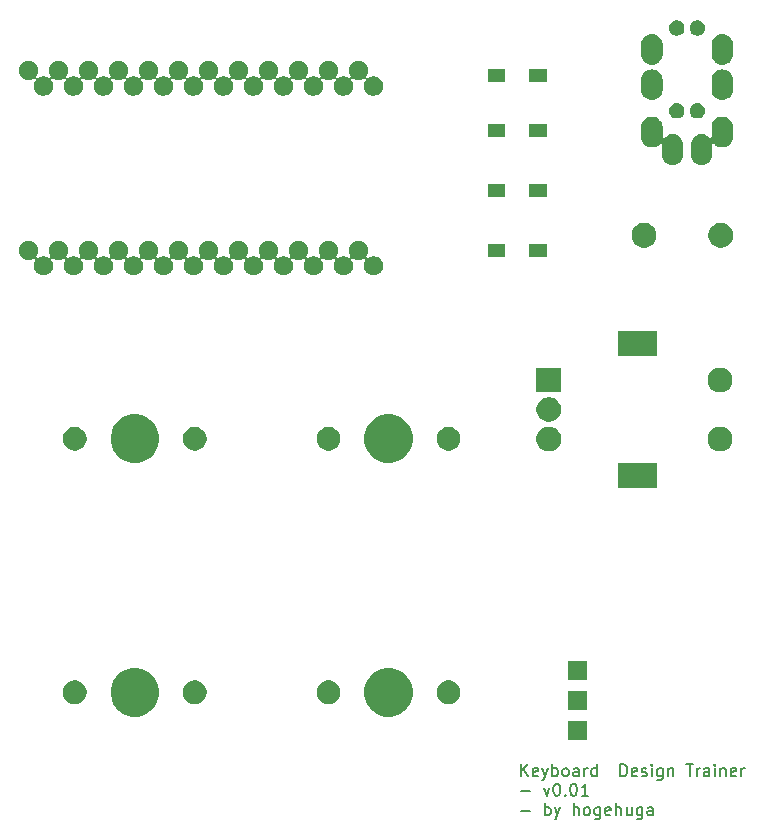
<source format=gts>
G04 #@! TF.GenerationSoftware,KiCad,Pcbnew,5.1.5+dfsg1-2build2*
G04 #@! TF.CreationDate,2021-09-26T21:55:54+09:00*
G04 #@! TF.ProjectId,kbtest,6b627465-7374-42e6-9b69-6361645f7063,rev?*
G04 #@! TF.SameCoordinates,Original*
G04 #@! TF.FileFunction,Soldermask,Top*
G04 #@! TF.FilePolarity,Negative*
%FSLAX46Y46*%
G04 Gerber Fmt 4.6, Leading zero omitted, Abs format (unit mm)*
G04 Created by KiCad (PCBNEW 5.1.5+dfsg1-2build2) date 2021-09-26 21:55:54*
%MOMM*%
%LPD*%
G04 APERTURE LIST*
%ADD10C,0.150000*%
%ADD11C,0.100000*%
G04 APERTURE END LIST*
D10*
X73995595Y-104212380D02*
X73995595Y-103212380D01*
X74567023Y-104212380D02*
X74138452Y-103640952D01*
X74567023Y-103212380D02*
X73995595Y-103783809D01*
X75376547Y-104164761D02*
X75281309Y-104212380D01*
X75090833Y-104212380D01*
X74995595Y-104164761D01*
X74947976Y-104069523D01*
X74947976Y-103688571D01*
X74995595Y-103593333D01*
X75090833Y-103545714D01*
X75281309Y-103545714D01*
X75376547Y-103593333D01*
X75424166Y-103688571D01*
X75424166Y-103783809D01*
X74947976Y-103879047D01*
X75757500Y-103545714D02*
X75995595Y-104212380D01*
X76233690Y-103545714D02*
X75995595Y-104212380D01*
X75900357Y-104450476D01*
X75852738Y-104498095D01*
X75757500Y-104545714D01*
X76614642Y-104212380D02*
X76614642Y-103212380D01*
X76614642Y-103593333D02*
X76709880Y-103545714D01*
X76900357Y-103545714D01*
X76995595Y-103593333D01*
X77043214Y-103640952D01*
X77090833Y-103736190D01*
X77090833Y-104021904D01*
X77043214Y-104117142D01*
X76995595Y-104164761D01*
X76900357Y-104212380D01*
X76709880Y-104212380D01*
X76614642Y-104164761D01*
X77662261Y-104212380D02*
X77567023Y-104164761D01*
X77519404Y-104117142D01*
X77471785Y-104021904D01*
X77471785Y-103736190D01*
X77519404Y-103640952D01*
X77567023Y-103593333D01*
X77662261Y-103545714D01*
X77805119Y-103545714D01*
X77900357Y-103593333D01*
X77947976Y-103640952D01*
X77995595Y-103736190D01*
X77995595Y-104021904D01*
X77947976Y-104117142D01*
X77900357Y-104164761D01*
X77805119Y-104212380D01*
X77662261Y-104212380D01*
X78852738Y-104212380D02*
X78852738Y-103688571D01*
X78805119Y-103593333D01*
X78709880Y-103545714D01*
X78519404Y-103545714D01*
X78424166Y-103593333D01*
X78852738Y-104164761D02*
X78757500Y-104212380D01*
X78519404Y-104212380D01*
X78424166Y-104164761D01*
X78376547Y-104069523D01*
X78376547Y-103974285D01*
X78424166Y-103879047D01*
X78519404Y-103831428D01*
X78757500Y-103831428D01*
X78852738Y-103783809D01*
X79328928Y-104212380D02*
X79328928Y-103545714D01*
X79328928Y-103736190D02*
X79376547Y-103640952D01*
X79424166Y-103593333D01*
X79519404Y-103545714D01*
X79614642Y-103545714D01*
X80376547Y-104212380D02*
X80376547Y-103212380D01*
X80376547Y-104164761D02*
X80281309Y-104212380D01*
X80090833Y-104212380D01*
X79995595Y-104164761D01*
X79947976Y-104117142D01*
X79900357Y-104021904D01*
X79900357Y-103736190D01*
X79947976Y-103640952D01*
X79995595Y-103593333D01*
X80090833Y-103545714D01*
X80281309Y-103545714D01*
X80376547Y-103593333D01*
X82376547Y-104212380D02*
X82376547Y-103212380D01*
X82614642Y-103212380D01*
X82757500Y-103260000D01*
X82852738Y-103355238D01*
X82900357Y-103450476D01*
X82947976Y-103640952D01*
X82947976Y-103783809D01*
X82900357Y-103974285D01*
X82852738Y-104069523D01*
X82757500Y-104164761D01*
X82614642Y-104212380D01*
X82376547Y-104212380D01*
X83757500Y-104164761D02*
X83662261Y-104212380D01*
X83471785Y-104212380D01*
X83376547Y-104164761D01*
X83328928Y-104069523D01*
X83328928Y-103688571D01*
X83376547Y-103593333D01*
X83471785Y-103545714D01*
X83662261Y-103545714D01*
X83757500Y-103593333D01*
X83805119Y-103688571D01*
X83805119Y-103783809D01*
X83328928Y-103879047D01*
X84186071Y-104164761D02*
X84281309Y-104212380D01*
X84471785Y-104212380D01*
X84567023Y-104164761D01*
X84614642Y-104069523D01*
X84614642Y-104021904D01*
X84567023Y-103926666D01*
X84471785Y-103879047D01*
X84328928Y-103879047D01*
X84233690Y-103831428D01*
X84186071Y-103736190D01*
X84186071Y-103688571D01*
X84233690Y-103593333D01*
X84328928Y-103545714D01*
X84471785Y-103545714D01*
X84567023Y-103593333D01*
X85043214Y-104212380D02*
X85043214Y-103545714D01*
X85043214Y-103212380D02*
X84995595Y-103260000D01*
X85043214Y-103307619D01*
X85090833Y-103260000D01*
X85043214Y-103212380D01*
X85043214Y-103307619D01*
X85947976Y-103545714D02*
X85947976Y-104355238D01*
X85900357Y-104450476D01*
X85852738Y-104498095D01*
X85757500Y-104545714D01*
X85614642Y-104545714D01*
X85519404Y-104498095D01*
X85947976Y-104164761D02*
X85852738Y-104212380D01*
X85662261Y-104212380D01*
X85567023Y-104164761D01*
X85519404Y-104117142D01*
X85471785Y-104021904D01*
X85471785Y-103736190D01*
X85519404Y-103640952D01*
X85567023Y-103593333D01*
X85662261Y-103545714D01*
X85852738Y-103545714D01*
X85947976Y-103593333D01*
X86424166Y-103545714D02*
X86424166Y-104212380D01*
X86424166Y-103640952D02*
X86471785Y-103593333D01*
X86567023Y-103545714D01*
X86709880Y-103545714D01*
X86805119Y-103593333D01*
X86852738Y-103688571D01*
X86852738Y-104212380D01*
X87947976Y-103212380D02*
X88519404Y-103212380D01*
X88233690Y-104212380D02*
X88233690Y-103212380D01*
X88852738Y-104212380D02*
X88852738Y-103545714D01*
X88852738Y-103736190D02*
X88900357Y-103640952D01*
X88947976Y-103593333D01*
X89043214Y-103545714D01*
X89138452Y-103545714D01*
X89900357Y-104212380D02*
X89900357Y-103688571D01*
X89852738Y-103593333D01*
X89757500Y-103545714D01*
X89567023Y-103545714D01*
X89471785Y-103593333D01*
X89900357Y-104164761D02*
X89805119Y-104212380D01*
X89567023Y-104212380D01*
X89471785Y-104164761D01*
X89424166Y-104069523D01*
X89424166Y-103974285D01*
X89471785Y-103879047D01*
X89567023Y-103831428D01*
X89805119Y-103831428D01*
X89900357Y-103783809D01*
X90376547Y-104212380D02*
X90376547Y-103545714D01*
X90376547Y-103212380D02*
X90328928Y-103260000D01*
X90376547Y-103307619D01*
X90424166Y-103260000D01*
X90376547Y-103212380D01*
X90376547Y-103307619D01*
X90852738Y-103545714D02*
X90852738Y-104212380D01*
X90852738Y-103640952D02*
X90900357Y-103593333D01*
X90995595Y-103545714D01*
X91138452Y-103545714D01*
X91233690Y-103593333D01*
X91281309Y-103688571D01*
X91281309Y-104212380D01*
X92138452Y-104164761D02*
X92043214Y-104212380D01*
X91852738Y-104212380D01*
X91757500Y-104164761D01*
X91709880Y-104069523D01*
X91709880Y-103688571D01*
X91757500Y-103593333D01*
X91852738Y-103545714D01*
X92043214Y-103545714D01*
X92138452Y-103593333D01*
X92186071Y-103688571D01*
X92186071Y-103783809D01*
X91709880Y-103879047D01*
X92614642Y-104212380D02*
X92614642Y-103545714D01*
X92614642Y-103736190D02*
X92662261Y-103640952D01*
X92709880Y-103593333D01*
X92805119Y-103545714D01*
X92900357Y-103545714D01*
X73995595Y-105481428D02*
X74757500Y-105481428D01*
X75900357Y-105195714D02*
X76138452Y-105862380D01*
X76376547Y-105195714D01*
X76947976Y-104862380D02*
X77043214Y-104862380D01*
X77138452Y-104910000D01*
X77186071Y-104957619D01*
X77233690Y-105052857D01*
X77281309Y-105243333D01*
X77281309Y-105481428D01*
X77233690Y-105671904D01*
X77186071Y-105767142D01*
X77138452Y-105814761D01*
X77043214Y-105862380D01*
X76947976Y-105862380D01*
X76852738Y-105814761D01*
X76805119Y-105767142D01*
X76757500Y-105671904D01*
X76709880Y-105481428D01*
X76709880Y-105243333D01*
X76757500Y-105052857D01*
X76805119Y-104957619D01*
X76852738Y-104910000D01*
X76947976Y-104862380D01*
X77709880Y-105767142D02*
X77757500Y-105814761D01*
X77709880Y-105862380D01*
X77662261Y-105814761D01*
X77709880Y-105767142D01*
X77709880Y-105862380D01*
X78376547Y-104862380D02*
X78471785Y-104862380D01*
X78567023Y-104910000D01*
X78614642Y-104957619D01*
X78662261Y-105052857D01*
X78709880Y-105243333D01*
X78709880Y-105481428D01*
X78662261Y-105671904D01*
X78614642Y-105767142D01*
X78567023Y-105814761D01*
X78471785Y-105862380D01*
X78376547Y-105862380D01*
X78281309Y-105814761D01*
X78233690Y-105767142D01*
X78186071Y-105671904D01*
X78138452Y-105481428D01*
X78138452Y-105243333D01*
X78186071Y-105052857D01*
X78233690Y-104957619D01*
X78281309Y-104910000D01*
X78376547Y-104862380D01*
X79662261Y-105862380D02*
X79090833Y-105862380D01*
X79376547Y-105862380D02*
X79376547Y-104862380D01*
X79281309Y-105005238D01*
X79186071Y-105100476D01*
X79090833Y-105148095D01*
X73995595Y-107131428D02*
X74757500Y-107131428D01*
X75995595Y-107512380D02*
X75995595Y-106512380D01*
X75995595Y-106893333D02*
X76090833Y-106845714D01*
X76281309Y-106845714D01*
X76376547Y-106893333D01*
X76424166Y-106940952D01*
X76471785Y-107036190D01*
X76471785Y-107321904D01*
X76424166Y-107417142D01*
X76376547Y-107464761D01*
X76281309Y-107512380D01*
X76090833Y-107512380D01*
X75995595Y-107464761D01*
X76805119Y-106845714D02*
X77043214Y-107512380D01*
X77281309Y-106845714D02*
X77043214Y-107512380D01*
X76947976Y-107750476D01*
X76900357Y-107798095D01*
X76805119Y-107845714D01*
X78424166Y-107512380D02*
X78424166Y-106512380D01*
X78852738Y-107512380D02*
X78852738Y-106988571D01*
X78805119Y-106893333D01*
X78709880Y-106845714D01*
X78567023Y-106845714D01*
X78471785Y-106893333D01*
X78424166Y-106940952D01*
X79471785Y-107512380D02*
X79376547Y-107464761D01*
X79328928Y-107417142D01*
X79281309Y-107321904D01*
X79281309Y-107036190D01*
X79328928Y-106940952D01*
X79376547Y-106893333D01*
X79471785Y-106845714D01*
X79614642Y-106845714D01*
X79709880Y-106893333D01*
X79757500Y-106940952D01*
X79805119Y-107036190D01*
X79805119Y-107321904D01*
X79757500Y-107417142D01*
X79709880Y-107464761D01*
X79614642Y-107512380D01*
X79471785Y-107512380D01*
X80662261Y-106845714D02*
X80662261Y-107655238D01*
X80614642Y-107750476D01*
X80567023Y-107798095D01*
X80471785Y-107845714D01*
X80328928Y-107845714D01*
X80233690Y-107798095D01*
X80662261Y-107464761D02*
X80567023Y-107512380D01*
X80376547Y-107512380D01*
X80281309Y-107464761D01*
X80233690Y-107417142D01*
X80186071Y-107321904D01*
X80186071Y-107036190D01*
X80233690Y-106940952D01*
X80281309Y-106893333D01*
X80376547Y-106845714D01*
X80567023Y-106845714D01*
X80662261Y-106893333D01*
X81519404Y-107464761D02*
X81424166Y-107512380D01*
X81233690Y-107512380D01*
X81138452Y-107464761D01*
X81090833Y-107369523D01*
X81090833Y-106988571D01*
X81138452Y-106893333D01*
X81233690Y-106845714D01*
X81424166Y-106845714D01*
X81519404Y-106893333D01*
X81567023Y-106988571D01*
X81567023Y-107083809D01*
X81090833Y-107179047D01*
X81995595Y-107512380D02*
X81995595Y-106512380D01*
X82424166Y-107512380D02*
X82424166Y-106988571D01*
X82376547Y-106893333D01*
X82281309Y-106845714D01*
X82138452Y-106845714D01*
X82043214Y-106893333D01*
X81995595Y-106940952D01*
X83328928Y-106845714D02*
X83328928Y-107512380D01*
X82900357Y-106845714D02*
X82900357Y-107369523D01*
X82947976Y-107464761D01*
X83043214Y-107512380D01*
X83186071Y-107512380D01*
X83281309Y-107464761D01*
X83328928Y-107417142D01*
X84233690Y-106845714D02*
X84233690Y-107655238D01*
X84186071Y-107750476D01*
X84138452Y-107798095D01*
X84043214Y-107845714D01*
X83900357Y-107845714D01*
X83805119Y-107798095D01*
X84233690Y-107464761D02*
X84138452Y-107512380D01*
X83947976Y-107512380D01*
X83852738Y-107464761D01*
X83805119Y-107417142D01*
X83757500Y-107321904D01*
X83757500Y-107036190D01*
X83805119Y-106940952D01*
X83852738Y-106893333D01*
X83947976Y-106845714D01*
X84138452Y-106845714D01*
X84233690Y-106893333D01*
X85138452Y-107512380D02*
X85138452Y-106988571D01*
X85090833Y-106893333D01*
X84995595Y-106845714D01*
X84805119Y-106845714D01*
X84709880Y-106893333D01*
X85138452Y-107464761D02*
X85043214Y-107512380D01*
X84805119Y-107512380D01*
X84709880Y-107464761D01*
X84662261Y-107369523D01*
X84662261Y-107274285D01*
X84709880Y-107179047D01*
X84805119Y-107131428D01*
X85043214Y-107131428D01*
X85138452Y-107083809D01*
D11*
G36*
X79553000Y-101143000D02*
G01*
X77927000Y-101143000D01*
X77927000Y-99517000D01*
X79553000Y-99517000D01*
X79553000Y-101143000D01*
G37*
G36*
X63338254Y-95137818D02*
G01*
X63711511Y-95292426D01*
X63711513Y-95292427D01*
X64047436Y-95516884D01*
X64333116Y-95802564D01*
X64557574Y-96138489D01*
X64712182Y-96511746D01*
X64791000Y-96907993D01*
X64791000Y-97312007D01*
X64712182Y-97708254D01*
X64561293Y-98072532D01*
X64557573Y-98081513D01*
X64333116Y-98417436D01*
X64047436Y-98703116D01*
X63711513Y-98927573D01*
X63711512Y-98927574D01*
X63711511Y-98927574D01*
X63338254Y-99082182D01*
X62942007Y-99161000D01*
X62537993Y-99161000D01*
X62141746Y-99082182D01*
X61768489Y-98927574D01*
X61768488Y-98927574D01*
X61768487Y-98927573D01*
X61432564Y-98703116D01*
X61146884Y-98417436D01*
X60922427Y-98081513D01*
X60918707Y-98072532D01*
X60767818Y-97708254D01*
X60689000Y-97312007D01*
X60689000Y-96907993D01*
X60767818Y-96511746D01*
X60922426Y-96138489D01*
X61146884Y-95802564D01*
X61432564Y-95516884D01*
X61768487Y-95292427D01*
X61768489Y-95292426D01*
X62141746Y-95137818D01*
X62537993Y-95059000D01*
X62942007Y-95059000D01*
X63338254Y-95137818D01*
G37*
G36*
X41868254Y-95137818D02*
G01*
X42241511Y-95292426D01*
X42241513Y-95292427D01*
X42577436Y-95516884D01*
X42863116Y-95802564D01*
X43087574Y-96138489D01*
X43242182Y-96511746D01*
X43321000Y-96907993D01*
X43321000Y-97312007D01*
X43242182Y-97708254D01*
X43091293Y-98072532D01*
X43087573Y-98081513D01*
X42863116Y-98417436D01*
X42577436Y-98703116D01*
X42241513Y-98927573D01*
X42241512Y-98927574D01*
X42241511Y-98927574D01*
X41868254Y-99082182D01*
X41472007Y-99161000D01*
X41067993Y-99161000D01*
X40671746Y-99082182D01*
X40298489Y-98927574D01*
X40298488Y-98927574D01*
X40298487Y-98927573D01*
X39962564Y-98703116D01*
X39676884Y-98417436D01*
X39452427Y-98081513D01*
X39448707Y-98072532D01*
X39297818Y-97708254D01*
X39219000Y-97312007D01*
X39219000Y-96907993D01*
X39297818Y-96511746D01*
X39452426Y-96138489D01*
X39676884Y-95802564D01*
X39962564Y-95516884D01*
X40298487Y-95292427D01*
X40298489Y-95292426D01*
X40671746Y-95137818D01*
X41067993Y-95059000D01*
X41472007Y-95059000D01*
X41868254Y-95137818D01*
G37*
G36*
X79553000Y-98603000D02*
G01*
X77927000Y-98603000D01*
X77927000Y-96977000D01*
X79553000Y-96977000D01*
X79553000Y-98603000D01*
G37*
G36*
X46641981Y-96147468D02*
G01*
X46824151Y-96222926D01*
X46988100Y-96332473D01*
X47127527Y-96471900D01*
X47154151Y-96511746D01*
X47237075Y-96635851D01*
X47312532Y-96818020D01*
X47344156Y-96977000D01*
X47351000Y-97011410D01*
X47351000Y-97208590D01*
X47312532Y-97401981D01*
X47237074Y-97584151D01*
X47127527Y-97748100D01*
X46988100Y-97887527D01*
X46824151Y-97997074D01*
X46641981Y-98072532D01*
X46448591Y-98111000D01*
X46251409Y-98111000D01*
X46154715Y-98091766D01*
X46058019Y-98072532D01*
X45875849Y-97997074D01*
X45711900Y-97887527D01*
X45572473Y-97748100D01*
X45462926Y-97584151D01*
X45387468Y-97401981D01*
X45349000Y-97208590D01*
X45349000Y-97011410D01*
X45355845Y-96977000D01*
X45387468Y-96818020D01*
X45462925Y-96635851D01*
X45545849Y-96511746D01*
X45572473Y-96471900D01*
X45711900Y-96332473D01*
X45875849Y-96222926D01*
X46058019Y-96147468D01*
X46251409Y-96109000D01*
X46448591Y-96109000D01*
X46641981Y-96147468D01*
G37*
G36*
X57951981Y-96147468D02*
G01*
X58134151Y-96222926D01*
X58298100Y-96332473D01*
X58437527Y-96471900D01*
X58464151Y-96511746D01*
X58547075Y-96635851D01*
X58622532Y-96818020D01*
X58654156Y-96977000D01*
X58661000Y-97011410D01*
X58661000Y-97208590D01*
X58622532Y-97401981D01*
X58547074Y-97584151D01*
X58437527Y-97748100D01*
X58298100Y-97887527D01*
X58134151Y-97997074D01*
X57951981Y-98072532D01*
X57758591Y-98111000D01*
X57561409Y-98111000D01*
X57464715Y-98091766D01*
X57368019Y-98072532D01*
X57185849Y-97997074D01*
X57021900Y-97887527D01*
X56882473Y-97748100D01*
X56772926Y-97584151D01*
X56697468Y-97401981D01*
X56659000Y-97208590D01*
X56659000Y-97011410D01*
X56665845Y-96977000D01*
X56697468Y-96818020D01*
X56772925Y-96635851D01*
X56855849Y-96511746D01*
X56882473Y-96471900D01*
X57021900Y-96332473D01*
X57185849Y-96222926D01*
X57368019Y-96147468D01*
X57561409Y-96109000D01*
X57758591Y-96109000D01*
X57951981Y-96147468D01*
G37*
G36*
X68111981Y-96147468D02*
G01*
X68294151Y-96222926D01*
X68458100Y-96332473D01*
X68597527Y-96471900D01*
X68624151Y-96511746D01*
X68707075Y-96635851D01*
X68782532Y-96818020D01*
X68814156Y-96977000D01*
X68821000Y-97011410D01*
X68821000Y-97208590D01*
X68782532Y-97401981D01*
X68707074Y-97584151D01*
X68597527Y-97748100D01*
X68458100Y-97887527D01*
X68294151Y-97997074D01*
X68111981Y-98072532D01*
X67918591Y-98111000D01*
X67721409Y-98111000D01*
X67624715Y-98091766D01*
X67528019Y-98072532D01*
X67345849Y-97997074D01*
X67181900Y-97887527D01*
X67042473Y-97748100D01*
X66932926Y-97584151D01*
X66857468Y-97401981D01*
X66819000Y-97208590D01*
X66819000Y-97011410D01*
X66825845Y-96977000D01*
X66857468Y-96818020D01*
X66932925Y-96635851D01*
X67015849Y-96511746D01*
X67042473Y-96471900D01*
X67181900Y-96332473D01*
X67345849Y-96222926D01*
X67528019Y-96147468D01*
X67721409Y-96109000D01*
X67918591Y-96109000D01*
X68111981Y-96147468D01*
G37*
G36*
X36481981Y-96147468D02*
G01*
X36664151Y-96222926D01*
X36828100Y-96332473D01*
X36967527Y-96471900D01*
X36994151Y-96511746D01*
X37077075Y-96635851D01*
X37152532Y-96818020D01*
X37184156Y-96977000D01*
X37191000Y-97011410D01*
X37191000Y-97208590D01*
X37152532Y-97401981D01*
X37077074Y-97584151D01*
X36967527Y-97748100D01*
X36828100Y-97887527D01*
X36664151Y-97997074D01*
X36481981Y-98072532D01*
X36385285Y-98091766D01*
X36288591Y-98111000D01*
X36091409Y-98111000D01*
X35994715Y-98091766D01*
X35898019Y-98072532D01*
X35715849Y-97997074D01*
X35551900Y-97887527D01*
X35412473Y-97748100D01*
X35302926Y-97584151D01*
X35227468Y-97401981D01*
X35189000Y-97208590D01*
X35189000Y-97011410D01*
X35195845Y-96977000D01*
X35227468Y-96818020D01*
X35302925Y-96635851D01*
X35385849Y-96511746D01*
X35412473Y-96471900D01*
X35551900Y-96332473D01*
X35715849Y-96222926D01*
X35898019Y-96147468D01*
X36091409Y-96109000D01*
X36288591Y-96109000D01*
X36481981Y-96147468D01*
G37*
G36*
X79553000Y-96063000D02*
G01*
X77927000Y-96063000D01*
X77927000Y-94437000D01*
X79553000Y-94437000D01*
X79553000Y-96063000D01*
G37*
G36*
X85471000Y-79816000D02*
G01*
X82169000Y-79816000D01*
X82169000Y-77714000D01*
X85471000Y-77714000D01*
X85471000Y-79816000D01*
G37*
G36*
X63338254Y-73667818D02*
G01*
X63711511Y-73822426D01*
X63711513Y-73822427D01*
X64047436Y-74046884D01*
X64333116Y-74332564D01*
X64548154Y-74654390D01*
X64557574Y-74668489D01*
X64712182Y-75041746D01*
X64791000Y-75437993D01*
X64791000Y-75842007D01*
X64712182Y-76238254D01*
X64563840Y-76596384D01*
X64557573Y-76611513D01*
X64333116Y-76947436D01*
X64047436Y-77233116D01*
X63711513Y-77457573D01*
X63711512Y-77457574D01*
X63711511Y-77457574D01*
X63338254Y-77612182D01*
X62942007Y-77691000D01*
X62537993Y-77691000D01*
X62141746Y-77612182D01*
X61768489Y-77457574D01*
X61768488Y-77457574D01*
X61768487Y-77457573D01*
X61432564Y-77233116D01*
X61146884Y-76947436D01*
X60922427Y-76611513D01*
X60916160Y-76596384D01*
X60767818Y-76238254D01*
X60689000Y-75842007D01*
X60689000Y-75437993D01*
X60767818Y-75041746D01*
X60922426Y-74668489D01*
X60931847Y-74654390D01*
X61146884Y-74332564D01*
X61432564Y-74046884D01*
X61768487Y-73822427D01*
X61768489Y-73822426D01*
X62141746Y-73667818D01*
X62537993Y-73589000D01*
X62942007Y-73589000D01*
X63338254Y-73667818D01*
G37*
G36*
X41868254Y-73667818D02*
G01*
X42241511Y-73822426D01*
X42241513Y-73822427D01*
X42577436Y-74046884D01*
X42863116Y-74332564D01*
X43078154Y-74654390D01*
X43087574Y-74668489D01*
X43242182Y-75041746D01*
X43321000Y-75437993D01*
X43321000Y-75842007D01*
X43242182Y-76238254D01*
X43093840Y-76596384D01*
X43087573Y-76611513D01*
X42863116Y-76947436D01*
X42577436Y-77233116D01*
X42241513Y-77457573D01*
X42241512Y-77457574D01*
X42241511Y-77457574D01*
X41868254Y-77612182D01*
X41472007Y-77691000D01*
X41067993Y-77691000D01*
X40671746Y-77612182D01*
X40298489Y-77457574D01*
X40298488Y-77457574D01*
X40298487Y-77457573D01*
X39962564Y-77233116D01*
X39676884Y-76947436D01*
X39452427Y-76611513D01*
X39446160Y-76596384D01*
X39297818Y-76238254D01*
X39219000Y-75842007D01*
X39219000Y-75437993D01*
X39297818Y-75041746D01*
X39452426Y-74668489D01*
X39461847Y-74654390D01*
X39676884Y-74332564D01*
X39962564Y-74046884D01*
X40298487Y-73822427D01*
X40298489Y-73822426D01*
X40671746Y-73667818D01*
X41067993Y-73589000D01*
X41472007Y-73589000D01*
X41868254Y-73667818D01*
G37*
G36*
X76626564Y-74654389D02*
G01*
X76817833Y-74733615D01*
X76817835Y-74733616D01*
X76989973Y-74848635D01*
X77136365Y-74995027D01*
X77250505Y-75165849D01*
X77251385Y-75167167D01*
X77330611Y-75358436D01*
X77371000Y-75561484D01*
X77371000Y-75768516D01*
X77330611Y-75971564D01*
X77251385Y-76162833D01*
X77251384Y-76162835D01*
X77136365Y-76334973D01*
X76989973Y-76481365D01*
X76817835Y-76596384D01*
X76817834Y-76596385D01*
X76817833Y-76596385D01*
X76626564Y-76675611D01*
X76423516Y-76716000D01*
X76216484Y-76716000D01*
X76013436Y-76675611D01*
X75822167Y-76596385D01*
X75822166Y-76596385D01*
X75822165Y-76596384D01*
X75650027Y-76481365D01*
X75503635Y-76334973D01*
X75388616Y-76162835D01*
X75388615Y-76162833D01*
X75309389Y-75971564D01*
X75269000Y-75768516D01*
X75269000Y-75561484D01*
X75309389Y-75358436D01*
X75388615Y-75167167D01*
X75389496Y-75165849D01*
X75503635Y-74995027D01*
X75650027Y-74848635D01*
X75822165Y-74733616D01*
X75822167Y-74733615D01*
X76013436Y-74654389D01*
X76216484Y-74614000D01*
X76423516Y-74614000D01*
X76626564Y-74654389D01*
G37*
G36*
X91126564Y-74654389D02*
G01*
X91317833Y-74733615D01*
X91317835Y-74733616D01*
X91489973Y-74848635D01*
X91636365Y-74995027D01*
X91750505Y-75165849D01*
X91751385Y-75167167D01*
X91830611Y-75358436D01*
X91871000Y-75561484D01*
X91871000Y-75768516D01*
X91830611Y-75971564D01*
X91751385Y-76162833D01*
X91751384Y-76162835D01*
X91636365Y-76334973D01*
X91489973Y-76481365D01*
X91317835Y-76596384D01*
X91317834Y-76596385D01*
X91317833Y-76596385D01*
X91126564Y-76675611D01*
X90923516Y-76716000D01*
X90716484Y-76716000D01*
X90513436Y-76675611D01*
X90322167Y-76596385D01*
X90322166Y-76596385D01*
X90322165Y-76596384D01*
X90150027Y-76481365D01*
X90003635Y-76334973D01*
X89888616Y-76162835D01*
X89888615Y-76162833D01*
X89809389Y-75971564D01*
X89769000Y-75768516D01*
X89769000Y-75561484D01*
X89809389Y-75358436D01*
X89888615Y-75167167D01*
X89889496Y-75165849D01*
X90003635Y-74995027D01*
X90150027Y-74848635D01*
X90322165Y-74733616D01*
X90322167Y-74733615D01*
X90513436Y-74654389D01*
X90716484Y-74614000D01*
X90923516Y-74614000D01*
X91126564Y-74654389D01*
G37*
G36*
X46641981Y-74677468D02*
G01*
X46824151Y-74752926D01*
X46988100Y-74862473D01*
X47127527Y-75001900D01*
X47237074Y-75165849D01*
X47312532Y-75348019D01*
X47351000Y-75541410D01*
X47351000Y-75738590D01*
X47312532Y-75931981D01*
X47237074Y-76114151D01*
X47127527Y-76278100D01*
X46988100Y-76417527D01*
X46824151Y-76527074D01*
X46641981Y-76602532D01*
X46545285Y-76621766D01*
X46448591Y-76641000D01*
X46251409Y-76641000D01*
X46154715Y-76621766D01*
X46058019Y-76602532D01*
X45875849Y-76527074D01*
X45711900Y-76417527D01*
X45572473Y-76278100D01*
X45462926Y-76114151D01*
X45387468Y-75931981D01*
X45349000Y-75738590D01*
X45349000Y-75541410D01*
X45387468Y-75348019D01*
X45462926Y-75165849D01*
X45572473Y-75001900D01*
X45711900Y-74862473D01*
X45875849Y-74752926D01*
X46058019Y-74677468D01*
X46251409Y-74639000D01*
X46448591Y-74639000D01*
X46641981Y-74677468D01*
G37*
G36*
X57951981Y-74677468D02*
G01*
X58134151Y-74752926D01*
X58298100Y-74862473D01*
X58437527Y-75001900D01*
X58547074Y-75165849D01*
X58622532Y-75348019D01*
X58661000Y-75541410D01*
X58661000Y-75738590D01*
X58622532Y-75931981D01*
X58547074Y-76114151D01*
X58437527Y-76278100D01*
X58298100Y-76417527D01*
X58134151Y-76527074D01*
X57951981Y-76602532D01*
X57855285Y-76621766D01*
X57758591Y-76641000D01*
X57561409Y-76641000D01*
X57464715Y-76621766D01*
X57368019Y-76602532D01*
X57185849Y-76527074D01*
X57021900Y-76417527D01*
X56882473Y-76278100D01*
X56772926Y-76114151D01*
X56697468Y-75931981D01*
X56659000Y-75738590D01*
X56659000Y-75541410D01*
X56697468Y-75348019D01*
X56772926Y-75165849D01*
X56882473Y-75001900D01*
X57021900Y-74862473D01*
X57185849Y-74752926D01*
X57368019Y-74677468D01*
X57561409Y-74639000D01*
X57758591Y-74639000D01*
X57951981Y-74677468D01*
G37*
G36*
X68111981Y-74677468D02*
G01*
X68294151Y-74752926D01*
X68458100Y-74862473D01*
X68597527Y-75001900D01*
X68707074Y-75165849D01*
X68782532Y-75348019D01*
X68821000Y-75541410D01*
X68821000Y-75738590D01*
X68782532Y-75931981D01*
X68707074Y-76114151D01*
X68597527Y-76278100D01*
X68458100Y-76417527D01*
X68294151Y-76527074D01*
X68111981Y-76602532D01*
X68015285Y-76621766D01*
X67918591Y-76641000D01*
X67721409Y-76641000D01*
X67624715Y-76621766D01*
X67528019Y-76602532D01*
X67345849Y-76527074D01*
X67181900Y-76417527D01*
X67042473Y-76278100D01*
X66932926Y-76114151D01*
X66857468Y-75931981D01*
X66819000Y-75738590D01*
X66819000Y-75541410D01*
X66857468Y-75348019D01*
X66932926Y-75165849D01*
X67042473Y-75001900D01*
X67181900Y-74862473D01*
X67345849Y-74752926D01*
X67528019Y-74677468D01*
X67721409Y-74639000D01*
X67918591Y-74639000D01*
X68111981Y-74677468D01*
G37*
G36*
X36481981Y-74677468D02*
G01*
X36664151Y-74752926D01*
X36828100Y-74862473D01*
X36967527Y-75001900D01*
X37077074Y-75165849D01*
X37152532Y-75348019D01*
X37191000Y-75541410D01*
X37191000Y-75738590D01*
X37152532Y-75931981D01*
X37077074Y-76114151D01*
X36967527Y-76278100D01*
X36828100Y-76417527D01*
X36664151Y-76527074D01*
X36481981Y-76602532D01*
X36385285Y-76621766D01*
X36288591Y-76641000D01*
X36091409Y-76641000D01*
X35994715Y-76621766D01*
X35898019Y-76602532D01*
X35715849Y-76527074D01*
X35551900Y-76417527D01*
X35412473Y-76278100D01*
X35302926Y-76114151D01*
X35227468Y-75931981D01*
X35189000Y-75738590D01*
X35189000Y-75541410D01*
X35227468Y-75348019D01*
X35302926Y-75165849D01*
X35412473Y-75001900D01*
X35551900Y-74862473D01*
X35715849Y-74752926D01*
X35898019Y-74677468D01*
X36091409Y-74639000D01*
X36288591Y-74639000D01*
X36481981Y-74677468D01*
G37*
G36*
X76626564Y-72154389D02*
G01*
X76817833Y-72233615D01*
X76817835Y-72233616D01*
X76989973Y-72348635D01*
X77136365Y-72495027D01*
X77251385Y-72667167D01*
X77330611Y-72858436D01*
X77371000Y-73061484D01*
X77371000Y-73268516D01*
X77330611Y-73471564D01*
X77251385Y-73662833D01*
X77251384Y-73662835D01*
X77136365Y-73834973D01*
X76989973Y-73981365D01*
X76817835Y-74096384D01*
X76817834Y-74096385D01*
X76817833Y-74096385D01*
X76626564Y-74175611D01*
X76423516Y-74216000D01*
X76216484Y-74216000D01*
X76013436Y-74175611D01*
X75822167Y-74096385D01*
X75822166Y-74096385D01*
X75822165Y-74096384D01*
X75650027Y-73981365D01*
X75503635Y-73834973D01*
X75388616Y-73662835D01*
X75388615Y-73662833D01*
X75309389Y-73471564D01*
X75269000Y-73268516D01*
X75269000Y-73061484D01*
X75309389Y-72858436D01*
X75388615Y-72667167D01*
X75503635Y-72495027D01*
X75650027Y-72348635D01*
X75822165Y-72233616D01*
X75822167Y-72233615D01*
X76013436Y-72154389D01*
X76216484Y-72114000D01*
X76423516Y-72114000D01*
X76626564Y-72154389D01*
G37*
G36*
X91126564Y-69654389D02*
G01*
X91317833Y-69733615D01*
X91317835Y-69733616D01*
X91489973Y-69848635D01*
X91636365Y-69995027D01*
X91751385Y-70167167D01*
X91830611Y-70358436D01*
X91871000Y-70561484D01*
X91871000Y-70768516D01*
X91830611Y-70971564D01*
X91751385Y-71162833D01*
X91751384Y-71162835D01*
X91636365Y-71334973D01*
X91489973Y-71481365D01*
X91317835Y-71596384D01*
X91317834Y-71596385D01*
X91317833Y-71596385D01*
X91126564Y-71675611D01*
X90923516Y-71716000D01*
X90716484Y-71716000D01*
X90513436Y-71675611D01*
X90322167Y-71596385D01*
X90322166Y-71596385D01*
X90322165Y-71596384D01*
X90150027Y-71481365D01*
X90003635Y-71334973D01*
X89888616Y-71162835D01*
X89888615Y-71162833D01*
X89809389Y-70971564D01*
X89769000Y-70768516D01*
X89769000Y-70561484D01*
X89809389Y-70358436D01*
X89888615Y-70167167D01*
X90003635Y-69995027D01*
X90150027Y-69848635D01*
X90322165Y-69733616D01*
X90322167Y-69733615D01*
X90513436Y-69654389D01*
X90716484Y-69614000D01*
X90923516Y-69614000D01*
X91126564Y-69654389D01*
G37*
G36*
X77371000Y-71716000D02*
G01*
X75269000Y-71716000D01*
X75269000Y-69614000D01*
X77371000Y-69614000D01*
X77371000Y-71716000D01*
G37*
G36*
X85471000Y-68616000D02*
G01*
X82169000Y-68616000D01*
X82169000Y-66514000D01*
X85471000Y-66514000D01*
X85471000Y-68616000D01*
G37*
G36*
X32495142Y-58908242D02*
G01*
X32643101Y-58969529D01*
X32776255Y-59058499D01*
X32889501Y-59171745D01*
X32978471Y-59304899D01*
X33039758Y-59452858D01*
X33071000Y-59609925D01*
X33071000Y-59770075D01*
X33039758Y-59927142D01*
X32978472Y-60075098D01*
X32952555Y-60113886D01*
X32941004Y-60135497D01*
X32933891Y-60158946D01*
X32931489Y-60183332D01*
X32933891Y-60207718D01*
X32941004Y-60231167D01*
X32952555Y-60252778D01*
X32968101Y-60271720D01*
X32987042Y-60287265D01*
X33008653Y-60298816D01*
X33032102Y-60305929D01*
X33056488Y-60308331D01*
X33080874Y-60305929D01*
X33104323Y-60298816D01*
X33125932Y-60287266D01*
X33142900Y-60275929D01*
X33290858Y-60214642D01*
X33447925Y-60183400D01*
X33608075Y-60183400D01*
X33765142Y-60214642D01*
X33913100Y-60275929D01*
X33930068Y-60287266D01*
X33951678Y-60298817D01*
X33975127Y-60305929D01*
X33999513Y-60308331D01*
X34023900Y-60305929D01*
X34047348Y-60298815D01*
X34068959Y-60287264D01*
X34087901Y-60271719D01*
X34103446Y-60252776D01*
X34114997Y-60231166D01*
X34122109Y-60207717D01*
X34124511Y-60183331D01*
X34122109Y-60158944D01*
X34114995Y-60135496D01*
X34103445Y-60113886D01*
X34077528Y-60075098D01*
X34016242Y-59927142D01*
X33985000Y-59770075D01*
X33985000Y-59609925D01*
X34016242Y-59452858D01*
X34077529Y-59304899D01*
X34166499Y-59171745D01*
X34279745Y-59058499D01*
X34412899Y-58969529D01*
X34560858Y-58908242D01*
X34717925Y-58877000D01*
X34878075Y-58877000D01*
X35035142Y-58908242D01*
X35183101Y-58969529D01*
X35316255Y-59058499D01*
X35429501Y-59171745D01*
X35518471Y-59304899D01*
X35579758Y-59452858D01*
X35611000Y-59609925D01*
X35611000Y-59770075D01*
X35579758Y-59927142D01*
X35518472Y-60075098D01*
X35492555Y-60113886D01*
X35481004Y-60135497D01*
X35473891Y-60158946D01*
X35471489Y-60183332D01*
X35473891Y-60207718D01*
X35481004Y-60231167D01*
X35492555Y-60252778D01*
X35508101Y-60271720D01*
X35527042Y-60287265D01*
X35548653Y-60298816D01*
X35572102Y-60305929D01*
X35596488Y-60308331D01*
X35620874Y-60305929D01*
X35644323Y-60298816D01*
X35665932Y-60287266D01*
X35682900Y-60275929D01*
X35830858Y-60214642D01*
X35987925Y-60183400D01*
X36148075Y-60183400D01*
X36305142Y-60214642D01*
X36453100Y-60275929D01*
X36470068Y-60287266D01*
X36491678Y-60298817D01*
X36515127Y-60305929D01*
X36539513Y-60308331D01*
X36563900Y-60305929D01*
X36587348Y-60298815D01*
X36608959Y-60287264D01*
X36627901Y-60271719D01*
X36643446Y-60252776D01*
X36654997Y-60231166D01*
X36662109Y-60207717D01*
X36664511Y-60183331D01*
X36662109Y-60158944D01*
X36654995Y-60135496D01*
X36643445Y-60113886D01*
X36617528Y-60075098D01*
X36556242Y-59927142D01*
X36525000Y-59770075D01*
X36525000Y-59609925D01*
X36556242Y-59452858D01*
X36617529Y-59304899D01*
X36706499Y-59171745D01*
X36819745Y-59058499D01*
X36952899Y-58969529D01*
X37100858Y-58908242D01*
X37257925Y-58877000D01*
X37418075Y-58877000D01*
X37575142Y-58908242D01*
X37723101Y-58969529D01*
X37856255Y-59058499D01*
X37969501Y-59171745D01*
X38058471Y-59304899D01*
X38119758Y-59452858D01*
X38151000Y-59609925D01*
X38151000Y-59770075D01*
X38119758Y-59927142D01*
X38058472Y-60075098D01*
X38032555Y-60113886D01*
X38021004Y-60135497D01*
X38013891Y-60158946D01*
X38011489Y-60183332D01*
X38013891Y-60207718D01*
X38021004Y-60231167D01*
X38032555Y-60252778D01*
X38048101Y-60271720D01*
X38067042Y-60287265D01*
X38088653Y-60298816D01*
X38112102Y-60305929D01*
X38136488Y-60308331D01*
X38160874Y-60305929D01*
X38184323Y-60298816D01*
X38205932Y-60287266D01*
X38222900Y-60275929D01*
X38370858Y-60214642D01*
X38527925Y-60183400D01*
X38688075Y-60183400D01*
X38845142Y-60214642D01*
X38993100Y-60275929D01*
X39010068Y-60287266D01*
X39031678Y-60298817D01*
X39055127Y-60305929D01*
X39079513Y-60308331D01*
X39103900Y-60305929D01*
X39127348Y-60298815D01*
X39148959Y-60287264D01*
X39167901Y-60271719D01*
X39183446Y-60252776D01*
X39194997Y-60231166D01*
X39202109Y-60207717D01*
X39204511Y-60183331D01*
X39202109Y-60158944D01*
X39194995Y-60135496D01*
X39183445Y-60113886D01*
X39157528Y-60075098D01*
X39096242Y-59927142D01*
X39065000Y-59770075D01*
X39065000Y-59609925D01*
X39096242Y-59452858D01*
X39157529Y-59304899D01*
X39246499Y-59171745D01*
X39359745Y-59058499D01*
X39492899Y-58969529D01*
X39640858Y-58908242D01*
X39797925Y-58877000D01*
X39958075Y-58877000D01*
X40115142Y-58908242D01*
X40263101Y-58969529D01*
X40396255Y-59058499D01*
X40509501Y-59171745D01*
X40598471Y-59304899D01*
X40659758Y-59452858D01*
X40691000Y-59609925D01*
X40691000Y-59770075D01*
X40659758Y-59927142D01*
X40598472Y-60075098D01*
X40572555Y-60113886D01*
X40561004Y-60135497D01*
X40553891Y-60158946D01*
X40551489Y-60183332D01*
X40553891Y-60207718D01*
X40561004Y-60231167D01*
X40572555Y-60252778D01*
X40588101Y-60271720D01*
X40607042Y-60287265D01*
X40628653Y-60298816D01*
X40652102Y-60305929D01*
X40676488Y-60308331D01*
X40700874Y-60305929D01*
X40724323Y-60298816D01*
X40745932Y-60287266D01*
X40762900Y-60275929D01*
X40910858Y-60214642D01*
X41067925Y-60183400D01*
X41228075Y-60183400D01*
X41385142Y-60214642D01*
X41533100Y-60275929D01*
X41550068Y-60287266D01*
X41571678Y-60298817D01*
X41595127Y-60305929D01*
X41619513Y-60308331D01*
X41643900Y-60305929D01*
X41667348Y-60298815D01*
X41688959Y-60287264D01*
X41707901Y-60271719D01*
X41723446Y-60252776D01*
X41734997Y-60231166D01*
X41742109Y-60207717D01*
X41744511Y-60183331D01*
X41742109Y-60158944D01*
X41734995Y-60135496D01*
X41723445Y-60113886D01*
X41697528Y-60075098D01*
X41636242Y-59927142D01*
X41605000Y-59770075D01*
X41605000Y-59609925D01*
X41636242Y-59452858D01*
X41697529Y-59304899D01*
X41786499Y-59171745D01*
X41899745Y-59058499D01*
X42032899Y-58969529D01*
X42180858Y-58908242D01*
X42337925Y-58877000D01*
X42498075Y-58877000D01*
X42655142Y-58908242D01*
X42803101Y-58969529D01*
X42936255Y-59058499D01*
X43049501Y-59171745D01*
X43138471Y-59304899D01*
X43199758Y-59452858D01*
X43231000Y-59609925D01*
X43231000Y-59770075D01*
X43199758Y-59927142D01*
X43138472Y-60075098D01*
X43112555Y-60113886D01*
X43101004Y-60135497D01*
X43093891Y-60158946D01*
X43091489Y-60183332D01*
X43093891Y-60207718D01*
X43101004Y-60231167D01*
X43112555Y-60252778D01*
X43128101Y-60271720D01*
X43147042Y-60287265D01*
X43168653Y-60298816D01*
X43192102Y-60305929D01*
X43216488Y-60308331D01*
X43240874Y-60305929D01*
X43264323Y-60298816D01*
X43285932Y-60287266D01*
X43302900Y-60275929D01*
X43450858Y-60214642D01*
X43607925Y-60183400D01*
X43768075Y-60183400D01*
X43925142Y-60214642D01*
X44073100Y-60275929D01*
X44090068Y-60287266D01*
X44111678Y-60298817D01*
X44135127Y-60305929D01*
X44159513Y-60308331D01*
X44183900Y-60305929D01*
X44207348Y-60298815D01*
X44228959Y-60287264D01*
X44247901Y-60271719D01*
X44263446Y-60252776D01*
X44274997Y-60231166D01*
X44282109Y-60207717D01*
X44284511Y-60183331D01*
X44282109Y-60158944D01*
X44274995Y-60135496D01*
X44263445Y-60113886D01*
X44237528Y-60075098D01*
X44176242Y-59927142D01*
X44145000Y-59770075D01*
X44145000Y-59609925D01*
X44176242Y-59452858D01*
X44237529Y-59304899D01*
X44326499Y-59171745D01*
X44439745Y-59058499D01*
X44572899Y-58969529D01*
X44720858Y-58908242D01*
X44877925Y-58877000D01*
X45038075Y-58877000D01*
X45195142Y-58908242D01*
X45343101Y-58969529D01*
X45476255Y-59058499D01*
X45589501Y-59171745D01*
X45678471Y-59304899D01*
X45739758Y-59452858D01*
X45771000Y-59609925D01*
X45771000Y-59770075D01*
X45739758Y-59927142D01*
X45678472Y-60075098D01*
X45652555Y-60113886D01*
X45641004Y-60135497D01*
X45633891Y-60158946D01*
X45631489Y-60183332D01*
X45633891Y-60207718D01*
X45641004Y-60231167D01*
X45652555Y-60252778D01*
X45668101Y-60271720D01*
X45687042Y-60287265D01*
X45708653Y-60298816D01*
X45732102Y-60305929D01*
X45756488Y-60308331D01*
X45780874Y-60305929D01*
X45804323Y-60298816D01*
X45825932Y-60287266D01*
X45842900Y-60275929D01*
X45990858Y-60214642D01*
X46147925Y-60183400D01*
X46308075Y-60183400D01*
X46465142Y-60214642D01*
X46613100Y-60275929D01*
X46630068Y-60287266D01*
X46651678Y-60298817D01*
X46675127Y-60305929D01*
X46699513Y-60308331D01*
X46723900Y-60305929D01*
X46747348Y-60298815D01*
X46768959Y-60287264D01*
X46787901Y-60271719D01*
X46803446Y-60252776D01*
X46814997Y-60231166D01*
X46822109Y-60207717D01*
X46824511Y-60183331D01*
X46822109Y-60158944D01*
X46814995Y-60135496D01*
X46803445Y-60113886D01*
X46777528Y-60075098D01*
X46716242Y-59927142D01*
X46685000Y-59770075D01*
X46685000Y-59609925D01*
X46716242Y-59452858D01*
X46777529Y-59304899D01*
X46866499Y-59171745D01*
X46979745Y-59058499D01*
X47112899Y-58969529D01*
X47260858Y-58908242D01*
X47417925Y-58877000D01*
X47578075Y-58877000D01*
X47735142Y-58908242D01*
X47883101Y-58969529D01*
X48016255Y-59058499D01*
X48129501Y-59171745D01*
X48218471Y-59304899D01*
X48279758Y-59452858D01*
X48311000Y-59609925D01*
X48311000Y-59770075D01*
X48279758Y-59927142D01*
X48218472Y-60075098D01*
X48192555Y-60113886D01*
X48181004Y-60135497D01*
X48173891Y-60158946D01*
X48171489Y-60183332D01*
X48173891Y-60207718D01*
X48181004Y-60231167D01*
X48192555Y-60252778D01*
X48208101Y-60271720D01*
X48227042Y-60287265D01*
X48248653Y-60298816D01*
X48272102Y-60305929D01*
X48296488Y-60308331D01*
X48320874Y-60305929D01*
X48344323Y-60298816D01*
X48365932Y-60287266D01*
X48382900Y-60275929D01*
X48530858Y-60214642D01*
X48687925Y-60183400D01*
X48848075Y-60183400D01*
X49005142Y-60214642D01*
X49153100Y-60275929D01*
X49170068Y-60287266D01*
X49191678Y-60298817D01*
X49215127Y-60305929D01*
X49239513Y-60308331D01*
X49263900Y-60305929D01*
X49287348Y-60298815D01*
X49308959Y-60287264D01*
X49327901Y-60271719D01*
X49343446Y-60252776D01*
X49354997Y-60231166D01*
X49362109Y-60207717D01*
X49364511Y-60183331D01*
X49362109Y-60158944D01*
X49354995Y-60135496D01*
X49343445Y-60113886D01*
X49317528Y-60075098D01*
X49256242Y-59927142D01*
X49225000Y-59770075D01*
X49225000Y-59609925D01*
X49256242Y-59452858D01*
X49317529Y-59304899D01*
X49406499Y-59171745D01*
X49519745Y-59058499D01*
X49652899Y-58969529D01*
X49800858Y-58908242D01*
X49957925Y-58877000D01*
X50118075Y-58877000D01*
X50275142Y-58908242D01*
X50423101Y-58969529D01*
X50556255Y-59058499D01*
X50669501Y-59171745D01*
X50758471Y-59304899D01*
X50819758Y-59452858D01*
X50851000Y-59609925D01*
X50851000Y-59770075D01*
X50819758Y-59927142D01*
X50758472Y-60075098D01*
X50732555Y-60113886D01*
X50721004Y-60135497D01*
X50713891Y-60158946D01*
X50711489Y-60183332D01*
X50713891Y-60207718D01*
X50721004Y-60231167D01*
X50732555Y-60252778D01*
X50748101Y-60271720D01*
X50767042Y-60287265D01*
X50788653Y-60298816D01*
X50812102Y-60305929D01*
X50836488Y-60308331D01*
X50860874Y-60305929D01*
X50884323Y-60298816D01*
X50905932Y-60287266D01*
X50922900Y-60275929D01*
X51070858Y-60214642D01*
X51227925Y-60183400D01*
X51388075Y-60183400D01*
X51545142Y-60214642D01*
X51693100Y-60275929D01*
X51710068Y-60287266D01*
X51731678Y-60298817D01*
X51755127Y-60305929D01*
X51779513Y-60308331D01*
X51803900Y-60305929D01*
X51827348Y-60298815D01*
X51848959Y-60287264D01*
X51867901Y-60271719D01*
X51883446Y-60252776D01*
X51894997Y-60231166D01*
X51902109Y-60207717D01*
X51904511Y-60183331D01*
X51902109Y-60158944D01*
X51894995Y-60135496D01*
X51883445Y-60113886D01*
X51857528Y-60075098D01*
X51796242Y-59927142D01*
X51765000Y-59770075D01*
X51765000Y-59609925D01*
X51796242Y-59452858D01*
X51857529Y-59304899D01*
X51946499Y-59171745D01*
X52059745Y-59058499D01*
X52192899Y-58969529D01*
X52340858Y-58908242D01*
X52497925Y-58877000D01*
X52658075Y-58877000D01*
X52815142Y-58908242D01*
X52963101Y-58969529D01*
X53096255Y-59058499D01*
X53209501Y-59171745D01*
X53298471Y-59304899D01*
X53359758Y-59452858D01*
X53391000Y-59609925D01*
X53391000Y-59770075D01*
X53359758Y-59927142D01*
X53298472Y-60075098D01*
X53272555Y-60113886D01*
X53261004Y-60135497D01*
X53253891Y-60158946D01*
X53251489Y-60183332D01*
X53253891Y-60207718D01*
X53261004Y-60231167D01*
X53272555Y-60252778D01*
X53288101Y-60271720D01*
X53307042Y-60287265D01*
X53328653Y-60298816D01*
X53352102Y-60305929D01*
X53376488Y-60308331D01*
X53400874Y-60305929D01*
X53424323Y-60298816D01*
X53445932Y-60287266D01*
X53462900Y-60275929D01*
X53610858Y-60214642D01*
X53767925Y-60183400D01*
X53928075Y-60183400D01*
X54085142Y-60214642D01*
X54233100Y-60275929D01*
X54250068Y-60287266D01*
X54271678Y-60298817D01*
X54295127Y-60305929D01*
X54319513Y-60308331D01*
X54343900Y-60305929D01*
X54367348Y-60298815D01*
X54388959Y-60287264D01*
X54407901Y-60271719D01*
X54423446Y-60252776D01*
X54434997Y-60231166D01*
X54442109Y-60207717D01*
X54444511Y-60183331D01*
X54442109Y-60158944D01*
X54434995Y-60135496D01*
X54423445Y-60113886D01*
X54397528Y-60075098D01*
X54336242Y-59927142D01*
X54305000Y-59770075D01*
X54305000Y-59609925D01*
X54336242Y-59452858D01*
X54397529Y-59304899D01*
X54486499Y-59171745D01*
X54599745Y-59058499D01*
X54732899Y-58969529D01*
X54880858Y-58908242D01*
X55037925Y-58877000D01*
X55198075Y-58877000D01*
X55355142Y-58908242D01*
X55503101Y-58969529D01*
X55636255Y-59058499D01*
X55749501Y-59171745D01*
X55838471Y-59304899D01*
X55899758Y-59452858D01*
X55931000Y-59609925D01*
X55931000Y-59770075D01*
X55899758Y-59927142D01*
X55838472Y-60075098D01*
X55812555Y-60113886D01*
X55801004Y-60135497D01*
X55793891Y-60158946D01*
X55791489Y-60183332D01*
X55793891Y-60207718D01*
X55801004Y-60231167D01*
X55812555Y-60252778D01*
X55828101Y-60271720D01*
X55847042Y-60287265D01*
X55868653Y-60298816D01*
X55892102Y-60305929D01*
X55916488Y-60308331D01*
X55940874Y-60305929D01*
X55964323Y-60298816D01*
X55985932Y-60287266D01*
X56002900Y-60275929D01*
X56150858Y-60214642D01*
X56307925Y-60183400D01*
X56468075Y-60183400D01*
X56625142Y-60214642D01*
X56773100Y-60275929D01*
X56790068Y-60287266D01*
X56811678Y-60298817D01*
X56835127Y-60305929D01*
X56859513Y-60308331D01*
X56883900Y-60305929D01*
X56907348Y-60298815D01*
X56928959Y-60287264D01*
X56947901Y-60271719D01*
X56963446Y-60252776D01*
X56974997Y-60231166D01*
X56982109Y-60207717D01*
X56984511Y-60183331D01*
X56982109Y-60158944D01*
X56974995Y-60135496D01*
X56963445Y-60113886D01*
X56937528Y-60075098D01*
X56876242Y-59927142D01*
X56845000Y-59770075D01*
X56845000Y-59609925D01*
X56876242Y-59452858D01*
X56937529Y-59304899D01*
X57026499Y-59171745D01*
X57139745Y-59058499D01*
X57272899Y-58969529D01*
X57420858Y-58908242D01*
X57577925Y-58877000D01*
X57738075Y-58877000D01*
X57895142Y-58908242D01*
X58043101Y-58969529D01*
X58176255Y-59058499D01*
X58289501Y-59171745D01*
X58378471Y-59304899D01*
X58439758Y-59452858D01*
X58471000Y-59609925D01*
X58471000Y-59770075D01*
X58439758Y-59927142D01*
X58378472Y-60075098D01*
X58352555Y-60113886D01*
X58341004Y-60135497D01*
X58333891Y-60158946D01*
X58331489Y-60183332D01*
X58333891Y-60207718D01*
X58341004Y-60231167D01*
X58352555Y-60252778D01*
X58368101Y-60271720D01*
X58387042Y-60287265D01*
X58408653Y-60298816D01*
X58432102Y-60305929D01*
X58456488Y-60308331D01*
X58480874Y-60305929D01*
X58504323Y-60298816D01*
X58525932Y-60287266D01*
X58542900Y-60275929D01*
X58690858Y-60214642D01*
X58847925Y-60183400D01*
X59008075Y-60183400D01*
X59165142Y-60214642D01*
X59313100Y-60275929D01*
X59330068Y-60287266D01*
X59351678Y-60298817D01*
X59375127Y-60305929D01*
X59399513Y-60308331D01*
X59423900Y-60305929D01*
X59447348Y-60298815D01*
X59468959Y-60287264D01*
X59487901Y-60271719D01*
X59503446Y-60252776D01*
X59514997Y-60231166D01*
X59522109Y-60207717D01*
X59524511Y-60183331D01*
X59522109Y-60158944D01*
X59514995Y-60135496D01*
X59503445Y-60113886D01*
X59477528Y-60075098D01*
X59416242Y-59927142D01*
X59385000Y-59770075D01*
X59385000Y-59609925D01*
X59416242Y-59452858D01*
X59477529Y-59304899D01*
X59566499Y-59171745D01*
X59679745Y-59058499D01*
X59812899Y-58969529D01*
X59960858Y-58908242D01*
X60117925Y-58877000D01*
X60278075Y-58877000D01*
X60435142Y-58908242D01*
X60583101Y-58969529D01*
X60716255Y-59058499D01*
X60829501Y-59171745D01*
X60918471Y-59304899D01*
X60979758Y-59452858D01*
X61011000Y-59609925D01*
X61011000Y-59770075D01*
X60979758Y-59927142D01*
X60918472Y-60075098D01*
X60892555Y-60113886D01*
X60881004Y-60135497D01*
X60873891Y-60158946D01*
X60871489Y-60183332D01*
X60873891Y-60207718D01*
X60881004Y-60231167D01*
X60892555Y-60252778D01*
X60908101Y-60271720D01*
X60927042Y-60287265D01*
X60948653Y-60298816D01*
X60972102Y-60305929D01*
X60996488Y-60308331D01*
X61020874Y-60305929D01*
X61044323Y-60298816D01*
X61065932Y-60287266D01*
X61082900Y-60275929D01*
X61230858Y-60214642D01*
X61387925Y-60183400D01*
X61548075Y-60183400D01*
X61705142Y-60214642D01*
X61853101Y-60275929D01*
X61986255Y-60364899D01*
X62099501Y-60478145D01*
X62188471Y-60611299D01*
X62249758Y-60759258D01*
X62281000Y-60916325D01*
X62281000Y-61076475D01*
X62249758Y-61233542D01*
X62188471Y-61381501D01*
X62099501Y-61514655D01*
X61986255Y-61627901D01*
X61853101Y-61716871D01*
X61705142Y-61778158D01*
X61548075Y-61809400D01*
X61387925Y-61809400D01*
X61230858Y-61778158D01*
X61082899Y-61716871D01*
X60949745Y-61627901D01*
X60836499Y-61514655D01*
X60747529Y-61381501D01*
X60686242Y-61233542D01*
X60655000Y-61076475D01*
X60655000Y-60916325D01*
X60686242Y-60759258D01*
X60747528Y-60611302D01*
X60773445Y-60572514D01*
X60784996Y-60550903D01*
X60792109Y-60527454D01*
X60794511Y-60503068D01*
X60792109Y-60478682D01*
X60784996Y-60455233D01*
X60773445Y-60433622D01*
X60757899Y-60414680D01*
X60738958Y-60399135D01*
X60717347Y-60387584D01*
X60693898Y-60380471D01*
X60669512Y-60378069D01*
X60645126Y-60380471D01*
X60621677Y-60387584D01*
X60600068Y-60399134D01*
X60583100Y-60410471D01*
X60435142Y-60471758D01*
X60278075Y-60503000D01*
X60117925Y-60503000D01*
X59960858Y-60471758D01*
X59812900Y-60410471D01*
X59795932Y-60399134D01*
X59774322Y-60387583D01*
X59750873Y-60380471D01*
X59726487Y-60378069D01*
X59702100Y-60380471D01*
X59678652Y-60387585D01*
X59657041Y-60399136D01*
X59638099Y-60414681D01*
X59622554Y-60433624D01*
X59611003Y-60455234D01*
X59603891Y-60478683D01*
X59601489Y-60503069D01*
X59603891Y-60527456D01*
X59611005Y-60550904D01*
X59622555Y-60572514D01*
X59648472Y-60611302D01*
X59709758Y-60759258D01*
X59741000Y-60916325D01*
X59741000Y-61076475D01*
X59709758Y-61233542D01*
X59648471Y-61381501D01*
X59559501Y-61514655D01*
X59446255Y-61627901D01*
X59313101Y-61716871D01*
X59165142Y-61778158D01*
X59008075Y-61809400D01*
X58847925Y-61809400D01*
X58690858Y-61778158D01*
X58542899Y-61716871D01*
X58409745Y-61627901D01*
X58296499Y-61514655D01*
X58207529Y-61381501D01*
X58146242Y-61233542D01*
X58115000Y-61076475D01*
X58115000Y-60916325D01*
X58146242Y-60759258D01*
X58207528Y-60611302D01*
X58233445Y-60572514D01*
X58244996Y-60550903D01*
X58252109Y-60527454D01*
X58254511Y-60503068D01*
X58252109Y-60478682D01*
X58244996Y-60455233D01*
X58233445Y-60433622D01*
X58217899Y-60414680D01*
X58198958Y-60399135D01*
X58177347Y-60387584D01*
X58153898Y-60380471D01*
X58129512Y-60378069D01*
X58105126Y-60380471D01*
X58081677Y-60387584D01*
X58060068Y-60399134D01*
X58043100Y-60410471D01*
X57895142Y-60471758D01*
X57738075Y-60503000D01*
X57577925Y-60503000D01*
X57420858Y-60471758D01*
X57272900Y-60410471D01*
X57255932Y-60399134D01*
X57234322Y-60387583D01*
X57210873Y-60380471D01*
X57186487Y-60378069D01*
X57162100Y-60380471D01*
X57138652Y-60387585D01*
X57117041Y-60399136D01*
X57098099Y-60414681D01*
X57082554Y-60433624D01*
X57071003Y-60455234D01*
X57063891Y-60478683D01*
X57061489Y-60503069D01*
X57063891Y-60527456D01*
X57071005Y-60550904D01*
X57082555Y-60572514D01*
X57108472Y-60611302D01*
X57169758Y-60759258D01*
X57201000Y-60916325D01*
X57201000Y-61076475D01*
X57169758Y-61233542D01*
X57108471Y-61381501D01*
X57019501Y-61514655D01*
X56906255Y-61627901D01*
X56773101Y-61716871D01*
X56625142Y-61778158D01*
X56468075Y-61809400D01*
X56307925Y-61809400D01*
X56150858Y-61778158D01*
X56002899Y-61716871D01*
X55869745Y-61627901D01*
X55756499Y-61514655D01*
X55667529Y-61381501D01*
X55606242Y-61233542D01*
X55575000Y-61076475D01*
X55575000Y-60916325D01*
X55606242Y-60759258D01*
X55667528Y-60611302D01*
X55693445Y-60572514D01*
X55704996Y-60550903D01*
X55712109Y-60527454D01*
X55714511Y-60503068D01*
X55712109Y-60478682D01*
X55704996Y-60455233D01*
X55693445Y-60433622D01*
X55677899Y-60414680D01*
X55658958Y-60399135D01*
X55637347Y-60387584D01*
X55613898Y-60380471D01*
X55589512Y-60378069D01*
X55565126Y-60380471D01*
X55541677Y-60387584D01*
X55520068Y-60399134D01*
X55503100Y-60410471D01*
X55355142Y-60471758D01*
X55198075Y-60503000D01*
X55037925Y-60503000D01*
X54880858Y-60471758D01*
X54732900Y-60410471D01*
X54715932Y-60399134D01*
X54694322Y-60387583D01*
X54670873Y-60380471D01*
X54646487Y-60378069D01*
X54622100Y-60380471D01*
X54598652Y-60387585D01*
X54577041Y-60399136D01*
X54558099Y-60414681D01*
X54542554Y-60433624D01*
X54531003Y-60455234D01*
X54523891Y-60478683D01*
X54521489Y-60503069D01*
X54523891Y-60527456D01*
X54531005Y-60550904D01*
X54542555Y-60572514D01*
X54568472Y-60611302D01*
X54629758Y-60759258D01*
X54661000Y-60916325D01*
X54661000Y-61076475D01*
X54629758Y-61233542D01*
X54568471Y-61381501D01*
X54479501Y-61514655D01*
X54366255Y-61627901D01*
X54233101Y-61716871D01*
X54085142Y-61778158D01*
X53928075Y-61809400D01*
X53767925Y-61809400D01*
X53610858Y-61778158D01*
X53462899Y-61716871D01*
X53329745Y-61627901D01*
X53216499Y-61514655D01*
X53127529Y-61381501D01*
X53066242Y-61233542D01*
X53035000Y-61076475D01*
X53035000Y-60916325D01*
X53066242Y-60759258D01*
X53127528Y-60611302D01*
X53153445Y-60572514D01*
X53164996Y-60550903D01*
X53172109Y-60527454D01*
X53174511Y-60503068D01*
X53172109Y-60478682D01*
X53164996Y-60455233D01*
X53153445Y-60433622D01*
X53137899Y-60414680D01*
X53118958Y-60399135D01*
X53097347Y-60387584D01*
X53073898Y-60380471D01*
X53049512Y-60378069D01*
X53025126Y-60380471D01*
X53001677Y-60387584D01*
X52980068Y-60399134D01*
X52963100Y-60410471D01*
X52815142Y-60471758D01*
X52658075Y-60503000D01*
X52497925Y-60503000D01*
X52340858Y-60471758D01*
X52192900Y-60410471D01*
X52175932Y-60399134D01*
X52154322Y-60387583D01*
X52130873Y-60380471D01*
X52106487Y-60378069D01*
X52082100Y-60380471D01*
X52058652Y-60387585D01*
X52037041Y-60399136D01*
X52018099Y-60414681D01*
X52002554Y-60433624D01*
X51991003Y-60455234D01*
X51983891Y-60478683D01*
X51981489Y-60503069D01*
X51983891Y-60527456D01*
X51991005Y-60550904D01*
X52002555Y-60572514D01*
X52028472Y-60611302D01*
X52089758Y-60759258D01*
X52121000Y-60916325D01*
X52121000Y-61076475D01*
X52089758Y-61233542D01*
X52028471Y-61381501D01*
X51939501Y-61514655D01*
X51826255Y-61627901D01*
X51693101Y-61716871D01*
X51545142Y-61778158D01*
X51388075Y-61809400D01*
X51227925Y-61809400D01*
X51070858Y-61778158D01*
X50922899Y-61716871D01*
X50789745Y-61627901D01*
X50676499Y-61514655D01*
X50587529Y-61381501D01*
X50526242Y-61233542D01*
X50495000Y-61076475D01*
X50495000Y-60916325D01*
X50526242Y-60759258D01*
X50587528Y-60611302D01*
X50613445Y-60572514D01*
X50624996Y-60550903D01*
X50632109Y-60527454D01*
X50634511Y-60503068D01*
X50632109Y-60478682D01*
X50624996Y-60455233D01*
X50613445Y-60433622D01*
X50597899Y-60414680D01*
X50578958Y-60399135D01*
X50557347Y-60387584D01*
X50533898Y-60380471D01*
X50509512Y-60378069D01*
X50485126Y-60380471D01*
X50461677Y-60387584D01*
X50440068Y-60399134D01*
X50423100Y-60410471D01*
X50275142Y-60471758D01*
X50118075Y-60503000D01*
X49957925Y-60503000D01*
X49800858Y-60471758D01*
X49652900Y-60410471D01*
X49635932Y-60399134D01*
X49614322Y-60387583D01*
X49590873Y-60380471D01*
X49566487Y-60378069D01*
X49542100Y-60380471D01*
X49518652Y-60387585D01*
X49497041Y-60399136D01*
X49478099Y-60414681D01*
X49462554Y-60433624D01*
X49451003Y-60455234D01*
X49443891Y-60478683D01*
X49441489Y-60503069D01*
X49443891Y-60527456D01*
X49451005Y-60550904D01*
X49462555Y-60572514D01*
X49488472Y-60611302D01*
X49549758Y-60759258D01*
X49581000Y-60916325D01*
X49581000Y-61076475D01*
X49549758Y-61233542D01*
X49488471Y-61381501D01*
X49399501Y-61514655D01*
X49286255Y-61627901D01*
X49153101Y-61716871D01*
X49005142Y-61778158D01*
X48848075Y-61809400D01*
X48687925Y-61809400D01*
X48530858Y-61778158D01*
X48382899Y-61716871D01*
X48249745Y-61627901D01*
X48136499Y-61514655D01*
X48047529Y-61381501D01*
X47986242Y-61233542D01*
X47955000Y-61076475D01*
X47955000Y-60916325D01*
X47986242Y-60759258D01*
X48047528Y-60611302D01*
X48073445Y-60572514D01*
X48084996Y-60550903D01*
X48092109Y-60527454D01*
X48094511Y-60503068D01*
X48092109Y-60478682D01*
X48084996Y-60455233D01*
X48073445Y-60433622D01*
X48057899Y-60414680D01*
X48038958Y-60399135D01*
X48017347Y-60387584D01*
X47993898Y-60380471D01*
X47969512Y-60378069D01*
X47945126Y-60380471D01*
X47921677Y-60387584D01*
X47900068Y-60399134D01*
X47883100Y-60410471D01*
X47735142Y-60471758D01*
X47578075Y-60503000D01*
X47417925Y-60503000D01*
X47260858Y-60471758D01*
X47112900Y-60410471D01*
X47095932Y-60399134D01*
X47074322Y-60387583D01*
X47050873Y-60380471D01*
X47026487Y-60378069D01*
X47002100Y-60380471D01*
X46978652Y-60387585D01*
X46957041Y-60399136D01*
X46938099Y-60414681D01*
X46922554Y-60433624D01*
X46911003Y-60455234D01*
X46903891Y-60478683D01*
X46901489Y-60503069D01*
X46903891Y-60527456D01*
X46911005Y-60550904D01*
X46922555Y-60572514D01*
X46948472Y-60611302D01*
X47009758Y-60759258D01*
X47041000Y-60916325D01*
X47041000Y-61076475D01*
X47009758Y-61233542D01*
X46948471Y-61381501D01*
X46859501Y-61514655D01*
X46746255Y-61627901D01*
X46613101Y-61716871D01*
X46465142Y-61778158D01*
X46308075Y-61809400D01*
X46147925Y-61809400D01*
X45990858Y-61778158D01*
X45842899Y-61716871D01*
X45709745Y-61627901D01*
X45596499Y-61514655D01*
X45507529Y-61381501D01*
X45446242Y-61233542D01*
X45415000Y-61076475D01*
X45415000Y-60916325D01*
X45446242Y-60759258D01*
X45507528Y-60611302D01*
X45533445Y-60572514D01*
X45544996Y-60550903D01*
X45552109Y-60527454D01*
X45554511Y-60503068D01*
X45552109Y-60478682D01*
X45544996Y-60455233D01*
X45533445Y-60433622D01*
X45517899Y-60414680D01*
X45498958Y-60399135D01*
X45477347Y-60387584D01*
X45453898Y-60380471D01*
X45429512Y-60378069D01*
X45405126Y-60380471D01*
X45381677Y-60387584D01*
X45360068Y-60399134D01*
X45343100Y-60410471D01*
X45195142Y-60471758D01*
X45038075Y-60503000D01*
X44877925Y-60503000D01*
X44720858Y-60471758D01*
X44572900Y-60410471D01*
X44555932Y-60399134D01*
X44534322Y-60387583D01*
X44510873Y-60380471D01*
X44486487Y-60378069D01*
X44462100Y-60380471D01*
X44438652Y-60387585D01*
X44417041Y-60399136D01*
X44398099Y-60414681D01*
X44382554Y-60433624D01*
X44371003Y-60455234D01*
X44363891Y-60478683D01*
X44361489Y-60503069D01*
X44363891Y-60527456D01*
X44371005Y-60550904D01*
X44382555Y-60572514D01*
X44408472Y-60611302D01*
X44469758Y-60759258D01*
X44501000Y-60916325D01*
X44501000Y-61076475D01*
X44469758Y-61233542D01*
X44408471Y-61381501D01*
X44319501Y-61514655D01*
X44206255Y-61627901D01*
X44073101Y-61716871D01*
X43925142Y-61778158D01*
X43768075Y-61809400D01*
X43607925Y-61809400D01*
X43450858Y-61778158D01*
X43302899Y-61716871D01*
X43169745Y-61627901D01*
X43056499Y-61514655D01*
X42967529Y-61381501D01*
X42906242Y-61233542D01*
X42875000Y-61076475D01*
X42875000Y-60916325D01*
X42906242Y-60759258D01*
X42967528Y-60611302D01*
X42993445Y-60572514D01*
X43004996Y-60550903D01*
X43012109Y-60527454D01*
X43014511Y-60503068D01*
X43012109Y-60478682D01*
X43004996Y-60455233D01*
X42993445Y-60433622D01*
X42977899Y-60414680D01*
X42958958Y-60399135D01*
X42937347Y-60387584D01*
X42913898Y-60380471D01*
X42889512Y-60378069D01*
X42865126Y-60380471D01*
X42841677Y-60387584D01*
X42820068Y-60399134D01*
X42803100Y-60410471D01*
X42655142Y-60471758D01*
X42498075Y-60503000D01*
X42337925Y-60503000D01*
X42180858Y-60471758D01*
X42032900Y-60410471D01*
X42015932Y-60399134D01*
X41994322Y-60387583D01*
X41970873Y-60380471D01*
X41946487Y-60378069D01*
X41922100Y-60380471D01*
X41898652Y-60387585D01*
X41877041Y-60399136D01*
X41858099Y-60414681D01*
X41842554Y-60433624D01*
X41831003Y-60455234D01*
X41823891Y-60478683D01*
X41821489Y-60503069D01*
X41823891Y-60527456D01*
X41831005Y-60550904D01*
X41842555Y-60572514D01*
X41868472Y-60611302D01*
X41929758Y-60759258D01*
X41961000Y-60916325D01*
X41961000Y-61076475D01*
X41929758Y-61233542D01*
X41868471Y-61381501D01*
X41779501Y-61514655D01*
X41666255Y-61627901D01*
X41533101Y-61716871D01*
X41385142Y-61778158D01*
X41228075Y-61809400D01*
X41067925Y-61809400D01*
X40910858Y-61778158D01*
X40762899Y-61716871D01*
X40629745Y-61627901D01*
X40516499Y-61514655D01*
X40427529Y-61381501D01*
X40366242Y-61233542D01*
X40335000Y-61076475D01*
X40335000Y-60916325D01*
X40366242Y-60759258D01*
X40427528Y-60611302D01*
X40453445Y-60572514D01*
X40464996Y-60550903D01*
X40472109Y-60527454D01*
X40474511Y-60503068D01*
X40472109Y-60478682D01*
X40464996Y-60455233D01*
X40453445Y-60433622D01*
X40437899Y-60414680D01*
X40418958Y-60399135D01*
X40397347Y-60387584D01*
X40373898Y-60380471D01*
X40349512Y-60378069D01*
X40325126Y-60380471D01*
X40301677Y-60387584D01*
X40280068Y-60399134D01*
X40263100Y-60410471D01*
X40115142Y-60471758D01*
X39958075Y-60503000D01*
X39797925Y-60503000D01*
X39640858Y-60471758D01*
X39492900Y-60410471D01*
X39475932Y-60399134D01*
X39454322Y-60387583D01*
X39430873Y-60380471D01*
X39406487Y-60378069D01*
X39382100Y-60380471D01*
X39358652Y-60387585D01*
X39337041Y-60399136D01*
X39318099Y-60414681D01*
X39302554Y-60433624D01*
X39291003Y-60455234D01*
X39283891Y-60478683D01*
X39281489Y-60503069D01*
X39283891Y-60527456D01*
X39291005Y-60550904D01*
X39302555Y-60572514D01*
X39328472Y-60611302D01*
X39389758Y-60759258D01*
X39421000Y-60916325D01*
X39421000Y-61076475D01*
X39389758Y-61233542D01*
X39328471Y-61381501D01*
X39239501Y-61514655D01*
X39126255Y-61627901D01*
X38993101Y-61716871D01*
X38845142Y-61778158D01*
X38688075Y-61809400D01*
X38527925Y-61809400D01*
X38370858Y-61778158D01*
X38222899Y-61716871D01*
X38089745Y-61627901D01*
X37976499Y-61514655D01*
X37887529Y-61381501D01*
X37826242Y-61233542D01*
X37795000Y-61076475D01*
X37795000Y-60916325D01*
X37826242Y-60759258D01*
X37887528Y-60611302D01*
X37913445Y-60572514D01*
X37924996Y-60550903D01*
X37932109Y-60527454D01*
X37934511Y-60503068D01*
X37932109Y-60478682D01*
X37924996Y-60455233D01*
X37913445Y-60433622D01*
X37897899Y-60414680D01*
X37878958Y-60399135D01*
X37857347Y-60387584D01*
X37833898Y-60380471D01*
X37809512Y-60378069D01*
X37785126Y-60380471D01*
X37761677Y-60387584D01*
X37740068Y-60399134D01*
X37723100Y-60410471D01*
X37575142Y-60471758D01*
X37418075Y-60503000D01*
X37257925Y-60503000D01*
X37100858Y-60471758D01*
X36952900Y-60410471D01*
X36935932Y-60399134D01*
X36914322Y-60387583D01*
X36890873Y-60380471D01*
X36866487Y-60378069D01*
X36842100Y-60380471D01*
X36818652Y-60387585D01*
X36797041Y-60399136D01*
X36778099Y-60414681D01*
X36762554Y-60433624D01*
X36751003Y-60455234D01*
X36743891Y-60478683D01*
X36741489Y-60503069D01*
X36743891Y-60527456D01*
X36751005Y-60550904D01*
X36762555Y-60572514D01*
X36788472Y-60611302D01*
X36849758Y-60759258D01*
X36881000Y-60916325D01*
X36881000Y-61076475D01*
X36849758Y-61233542D01*
X36788471Y-61381501D01*
X36699501Y-61514655D01*
X36586255Y-61627901D01*
X36453101Y-61716871D01*
X36305142Y-61778158D01*
X36148075Y-61809400D01*
X35987925Y-61809400D01*
X35830858Y-61778158D01*
X35682899Y-61716871D01*
X35549745Y-61627901D01*
X35436499Y-61514655D01*
X35347529Y-61381501D01*
X35286242Y-61233542D01*
X35255000Y-61076475D01*
X35255000Y-60916325D01*
X35286242Y-60759258D01*
X35347528Y-60611302D01*
X35373445Y-60572514D01*
X35384996Y-60550903D01*
X35392109Y-60527454D01*
X35394511Y-60503068D01*
X35392109Y-60478682D01*
X35384996Y-60455233D01*
X35373445Y-60433622D01*
X35357899Y-60414680D01*
X35338958Y-60399135D01*
X35317347Y-60387584D01*
X35293898Y-60380471D01*
X35269512Y-60378069D01*
X35245126Y-60380471D01*
X35221677Y-60387584D01*
X35200068Y-60399134D01*
X35183100Y-60410471D01*
X35035142Y-60471758D01*
X34878075Y-60503000D01*
X34717925Y-60503000D01*
X34560858Y-60471758D01*
X34412900Y-60410471D01*
X34395932Y-60399134D01*
X34374322Y-60387583D01*
X34350873Y-60380471D01*
X34326487Y-60378069D01*
X34302100Y-60380471D01*
X34278652Y-60387585D01*
X34257041Y-60399136D01*
X34238099Y-60414681D01*
X34222554Y-60433624D01*
X34211003Y-60455234D01*
X34203891Y-60478683D01*
X34201489Y-60503069D01*
X34203891Y-60527456D01*
X34211005Y-60550904D01*
X34222555Y-60572514D01*
X34248472Y-60611302D01*
X34309758Y-60759258D01*
X34341000Y-60916325D01*
X34341000Y-61076475D01*
X34309758Y-61233542D01*
X34248471Y-61381501D01*
X34159501Y-61514655D01*
X34046255Y-61627901D01*
X33913101Y-61716871D01*
X33765142Y-61778158D01*
X33608075Y-61809400D01*
X33447925Y-61809400D01*
X33290858Y-61778158D01*
X33142899Y-61716871D01*
X33009745Y-61627901D01*
X32896499Y-61514655D01*
X32807529Y-61381501D01*
X32746242Y-61233542D01*
X32715000Y-61076475D01*
X32715000Y-60916325D01*
X32746242Y-60759258D01*
X32807528Y-60611302D01*
X32833445Y-60572514D01*
X32844996Y-60550903D01*
X32852109Y-60527454D01*
X32854511Y-60503068D01*
X32852109Y-60478682D01*
X32844996Y-60455233D01*
X32833445Y-60433622D01*
X32817899Y-60414680D01*
X32798958Y-60399135D01*
X32777347Y-60387584D01*
X32753898Y-60380471D01*
X32729512Y-60378069D01*
X32705126Y-60380471D01*
X32681677Y-60387584D01*
X32660068Y-60399134D01*
X32643100Y-60410471D01*
X32495142Y-60471758D01*
X32338075Y-60503000D01*
X32177925Y-60503000D01*
X32020858Y-60471758D01*
X31872899Y-60410471D01*
X31739745Y-60321501D01*
X31626499Y-60208255D01*
X31537529Y-60075101D01*
X31476242Y-59927142D01*
X31445000Y-59770075D01*
X31445000Y-59609925D01*
X31476242Y-59452858D01*
X31537529Y-59304899D01*
X31626499Y-59171745D01*
X31739745Y-59058499D01*
X31872899Y-58969529D01*
X32020858Y-58908242D01*
X32177925Y-58877000D01*
X32338075Y-58877000D01*
X32495142Y-58908242D01*
G37*
G36*
X76186000Y-60241000D02*
G01*
X74684000Y-60241000D01*
X74684000Y-59139000D01*
X76186000Y-59139000D01*
X76186000Y-60241000D01*
G37*
G36*
X72636000Y-60241000D02*
G01*
X71134000Y-60241000D01*
X71134000Y-59139000D01*
X72636000Y-59139000D01*
X72636000Y-60241000D01*
G37*
G36*
X91186564Y-57409389D02*
G01*
X91377833Y-57488615D01*
X91377835Y-57488616D01*
X91549973Y-57603635D01*
X91696365Y-57750027D01*
X91811385Y-57922167D01*
X91890611Y-58113436D01*
X91931000Y-58316484D01*
X91931000Y-58523516D01*
X91890611Y-58726564D01*
X91815358Y-58908242D01*
X91811384Y-58917835D01*
X91696365Y-59089973D01*
X91549973Y-59236365D01*
X91377835Y-59351384D01*
X91377834Y-59351385D01*
X91377833Y-59351385D01*
X91186564Y-59430611D01*
X90983516Y-59471000D01*
X90776484Y-59471000D01*
X90573436Y-59430611D01*
X90382167Y-59351385D01*
X90382166Y-59351385D01*
X90382165Y-59351384D01*
X90210027Y-59236365D01*
X90063635Y-59089973D01*
X89948616Y-58917835D01*
X89944642Y-58908242D01*
X89869389Y-58726564D01*
X89829000Y-58523516D01*
X89829000Y-58316484D01*
X89869389Y-58113436D01*
X89948615Y-57922167D01*
X90063635Y-57750027D01*
X90210027Y-57603635D01*
X90382165Y-57488616D01*
X90382167Y-57488615D01*
X90573436Y-57409389D01*
X90776484Y-57369000D01*
X90983516Y-57369000D01*
X91186564Y-57409389D01*
G37*
G36*
X84686564Y-57409389D02*
G01*
X84877833Y-57488615D01*
X84877835Y-57488616D01*
X85049973Y-57603635D01*
X85196365Y-57750027D01*
X85311385Y-57922167D01*
X85390611Y-58113436D01*
X85431000Y-58316484D01*
X85431000Y-58523516D01*
X85390611Y-58726564D01*
X85315358Y-58908242D01*
X85311384Y-58917835D01*
X85196365Y-59089973D01*
X85049973Y-59236365D01*
X84877835Y-59351384D01*
X84877834Y-59351385D01*
X84877833Y-59351385D01*
X84686564Y-59430611D01*
X84483516Y-59471000D01*
X84276484Y-59471000D01*
X84073436Y-59430611D01*
X83882167Y-59351385D01*
X83882166Y-59351385D01*
X83882165Y-59351384D01*
X83710027Y-59236365D01*
X83563635Y-59089973D01*
X83448616Y-58917835D01*
X83444642Y-58908242D01*
X83369389Y-58726564D01*
X83329000Y-58523516D01*
X83329000Y-58316484D01*
X83369389Y-58113436D01*
X83448615Y-57922167D01*
X83563635Y-57750027D01*
X83710027Y-57603635D01*
X83882165Y-57488616D01*
X83882167Y-57488615D01*
X84073436Y-57409389D01*
X84276484Y-57369000D01*
X84483516Y-57369000D01*
X84686564Y-57409389D01*
G37*
G36*
X72636000Y-55161000D02*
G01*
X71134000Y-55161000D01*
X71134000Y-54059000D01*
X72636000Y-54059000D01*
X72636000Y-55161000D01*
G37*
G36*
X76186000Y-55161000D02*
G01*
X74684000Y-55161000D01*
X74684000Y-54059000D01*
X76186000Y-54059000D01*
X76186000Y-55161000D01*
G37*
G36*
X85226626Y-48382037D02*
G01*
X85396465Y-48433557D01*
X85396467Y-48433558D01*
X85552989Y-48517221D01*
X85690186Y-48629814D01*
X85773448Y-48731271D01*
X85802778Y-48767009D01*
X85886443Y-48923534D01*
X85937963Y-49093373D01*
X85937963Y-49093375D01*
X85951000Y-49225740D01*
X85951000Y-50036896D01*
X85953402Y-50061282D01*
X85960515Y-50084731D01*
X85972066Y-50106342D01*
X85987611Y-50125284D01*
X86006553Y-50140829D01*
X86028164Y-50152380D01*
X86051613Y-50159493D01*
X86075999Y-50161895D01*
X86100385Y-50159493D01*
X86123834Y-50152380D01*
X86155297Y-50133522D01*
X86243322Y-50061282D01*
X86297009Y-50017222D01*
X86453534Y-49933557D01*
X86623373Y-49882037D01*
X86800000Y-49864641D01*
X86976626Y-49882037D01*
X87146465Y-49933557D01*
X87146467Y-49933558D01*
X87302989Y-50017221D01*
X87440186Y-50129814D01*
X87523448Y-50231271D01*
X87552778Y-50267009D01*
X87636443Y-50423534D01*
X87687963Y-50593373D01*
X87687963Y-50593375D01*
X87700810Y-50723806D01*
X87701000Y-50725742D01*
X87701000Y-51614258D01*
X87687963Y-51746627D01*
X87636443Y-51916466D01*
X87552778Y-52072991D01*
X87523448Y-52108729D01*
X87440186Y-52210186D01*
X87338729Y-52293448D01*
X87302991Y-52322778D01*
X87146466Y-52406443D01*
X86976627Y-52457963D01*
X86800000Y-52475359D01*
X86623374Y-52457963D01*
X86453535Y-52406443D01*
X86297010Y-52322778D01*
X86261272Y-52293448D01*
X86159815Y-52210186D01*
X86076553Y-52108729D01*
X86047223Y-52072991D01*
X85963558Y-51916466D01*
X85912038Y-51746627D01*
X85899000Y-51614258D01*
X85899000Y-50803104D01*
X85896598Y-50778718D01*
X85889485Y-50755269D01*
X85877934Y-50733658D01*
X85862389Y-50714716D01*
X85843447Y-50699171D01*
X85821836Y-50687620D01*
X85798387Y-50680507D01*
X85774001Y-50678105D01*
X85749615Y-50680507D01*
X85726166Y-50687620D01*
X85694703Y-50706478D01*
X85621177Y-50766819D01*
X85552991Y-50822778D01*
X85396466Y-50906443D01*
X85226627Y-50957963D01*
X85050000Y-50975359D01*
X84873374Y-50957963D01*
X84703535Y-50906443D01*
X84547010Y-50822778D01*
X84478824Y-50766819D01*
X84409815Y-50710186D01*
X84313950Y-50593373D01*
X84297223Y-50572991D01*
X84213558Y-50416466D01*
X84162038Y-50246627D01*
X84149000Y-50114258D01*
X84149000Y-49225743D01*
X84162037Y-49093374D01*
X84213557Y-48923535D01*
X84297222Y-48767010D01*
X84297223Y-48767009D01*
X84409814Y-48629814D01*
X84542406Y-48521000D01*
X84547009Y-48517222D01*
X84703534Y-48433557D01*
X84873373Y-48382037D01*
X85050000Y-48364641D01*
X85226626Y-48382037D01*
G37*
G36*
X91176626Y-48382037D02*
G01*
X91346465Y-48433557D01*
X91346467Y-48433558D01*
X91502989Y-48517221D01*
X91640186Y-48629814D01*
X91723448Y-48731271D01*
X91752778Y-48767009D01*
X91836443Y-48923534D01*
X91887963Y-49093373D01*
X91901000Y-49225742D01*
X91901000Y-50114258D01*
X91887963Y-50246627D01*
X91836443Y-50416466D01*
X91752778Y-50572991D01*
X91736051Y-50593373D01*
X91640186Y-50710186D01*
X91571177Y-50766819D01*
X91502991Y-50822778D01*
X91346466Y-50906443D01*
X91176627Y-50957963D01*
X91000000Y-50975359D01*
X90823374Y-50957963D01*
X90653535Y-50906443D01*
X90497010Y-50822778D01*
X90428824Y-50766819D01*
X90355297Y-50706478D01*
X90334923Y-50692864D01*
X90312284Y-50683487D01*
X90288250Y-50678707D01*
X90263746Y-50678707D01*
X90239713Y-50683488D01*
X90217074Y-50692865D01*
X90196700Y-50706479D01*
X90179373Y-50723806D01*
X90165759Y-50744180D01*
X90156382Y-50766819D01*
X90151000Y-50803104D01*
X90151000Y-51614258D01*
X90137963Y-51746627D01*
X90086443Y-51916466D01*
X90002778Y-52072991D01*
X89973448Y-52108729D01*
X89890186Y-52210186D01*
X89788729Y-52293448D01*
X89752991Y-52322778D01*
X89596466Y-52406443D01*
X89426627Y-52457963D01*
X89250000Y-52475359D01*
X89073374Y-52457963D01*
X88903535Y-52406443D01*
X88747010Y-52322778D01*
X88711272Y-52293448D01*
X88609815Y-52210186D01*
X88526553Y-52108729D01*
X88497223Y-52072991D01*
X88413558Y-51916466D01*
X88362038Y-51746627D01*
X88349000Y-51614258D01*
X88349000Y-50725743D01*
X88362037Y-50593374D01*
X88413557Y-50423535D01*
X88497222Y-50267010D01*
X88497223Y-50267009D01*
X88609814Y-50129814D01*
X88711271Y-50046552D01*
X88747009Y-50017222D01*
X88903534Y-49933557D01*
X89073373Y-49882037D01*
X89250000Y-49864641D01*
X89426626Y-49882037D01*
X89596465Y-49933557D01*
X89596467Y-49933558D01*
X89752989Y-50017221D01*
X89894703Y-50133522D01*
X89915077Y-50147135D01*
X89937716Y-50156513D01*
X89961749Y-50161293D01*
X89986253Y-50161293D01*
X90010286Y-50156513D01*
X90032925Y-50147135D01*
X90053300Y-50133521D01*
X90070627Y-50116194D01*
X90084240Y-50095820D01*
X90093618Y-50073181D01*
X90099000Y-50036896D01*
X90099000Y-49225741D01*
X90112037Y-49093376D01*
X90112037Y-49093374D01*
X90163557Y-48923535D01*
X90247222Y-48767010D01*
X90247223Y-48767009D01*
X90359814Y-48629814D01*
X90492406Y-48521000D01*
X90497009Y-48517222D01*
X90653534Y-48433557D01*
X90823373Y-48382037D01*
X91000000Y-48364641D01*
X91176626Y-48382037D01*
G37*
G36*
X72636000Y-50081000D02*
G01*
X71134000Y-50081000D01*
X71134000Y-48979000D01*
X72636000Y-48979000D01*
X72636000Y-50081000D01*
G37*
G36*
X76186000Y-50081000D02*
G01*
X74684000Y-50081000D01*
X74684000Y-48979000D01*
X76186000Y-48979000D01*
X76186000Y-50081000D01*
G37*
G36*
X89089890Y-47244017D02*
G01*
X89208364Y-47293091D01*
X89314988Y-47364335D01*
X89405665Y-47455012D01*
X89476909Y-47561636D01*
X89525983Y-47680110D01*
X89551000Y-47805882D01*
X89551000Y-47934118D01*
X89525983Y-48059890D01*
X89476909Y-48178364D01*
X89405665Y-48284988D01*
X89314988Y-48375665D01*
X89208364Y-48446909D01*
X89208363Y-48446910D01*
X89208362Y-48446910D01*
X89089890Y-48495983D01*
X88964119Y-48521000D01*
X88835881Y-48521000D01*
X88710110Y-48495983D01*
X88591638Y-48446910D01*
X88591637Y-48446910D01*
X88591636Y-48446909D01*
X88485012Y-48375665D01*
X88394335Y-48284988D01*
X88323091Y-48178364D01*
X88274017Y-48059890D01*
X88249000Y-47934118D01*
X88249000Y-47805882D01*
X88274017Y-47680110D01*
X88323091Y-47561636D01*
X88394335Y-47455012D01*
X88485012Y-47364335D01*
X88591636Y-47293091D01*
X88710110Y-47244017D01*
X88835881Y-47219000D01*
X88964119Y-47219000D01*
X89089890Y-47244017D01*
G37*
G36*
X87339890Y-47244017D02*
G01*
X87458364Y-47293091D01*
X87564988Y-47364335D01*
X87655665Y-47455012D01*
X87726909Y-47561636D01*
X87775983Y-47680110D01*
X87801000Y-47805882D01*
X87801000Y-47934118D01*
X87775983Y-48059890D01*
X87726909Y-48178364D01*
X87655665Y-48284988D01*
X87564988Y-48375665D01*
X87458364Y-48446909D01*
X87458363Y-48446910D01*
X87458362Y-48446910D01*
X87339890Y-48495983D01*
X87214119Y-48521000D01*
X87085881Y-48521000D01*
X86960110Y-48495983D01*
X86841638Y-48446910D01*
X86841637Y-48446910D01*
X86841636Y-48446909D01*
X86735012Y-48375665D01*
X86644335Y-48284988D01*
X86573091Y-48178364D01*
X86524017Y-48059890D01*
X86499000Y-47934118D01*
X86499000Y-47805882D01*
X86524017Y-47680110D01*
X86573091Y-47561636D01*
X86644335Y-47455012D01*
X86735012Y-47364335D01*
X86841636Y-47293091D01*
X86960110Y-47244017D01*
X87085881Y-47219000D01*
X87214119Y-47219000D01*
X87339890Y-47244017D01*
G37*
G36*
X85226626Y-44382037D02*
G01*
X85396465Y-44433557D01*
X85396467Y-44433558D01*
X85552989Y-44517221D01*
X85690186Y-44629814D01*
X85773448Y-44731271D01*
X85802778Y-44767009D01*
X85886443Y-44923534D01*
X85937963Y-45093373D01*
X85951000Y-45225742D01*
X85951000Y-46114258D01*
X85937963Y-46246627D01*
X85886443Y-46416466D01*
X85802778Y-46572991D01*
X85789311Y-46589400D01*
X85690186Y-46710186D01*
X85588729Y-46793448D01*
X85552991Y-46822778D01*
X85396466Y-46906443D01*
X85226627Y-46957963D01*
X85050000Y-46975359D01*
X84873374Y-46957963D01*
X84703535Y-46906443D01*
X84547010Y-46822778D01*
X84511272Y-46793448D01*
X84409815Y-46710186D01*
X84310690Y-46589400D01*
X84297223Y-46572991D01*
X84213558Y-46416466D01*
X84162038Y-46246627D01*
X84149000Y-46114258D01*
X84149000Y-45225743D01*
X84162037Y-45093374D01*
X84213557Y-44923535D01*
X84213559Y-44923532D01*
X84297221Y-44767011D01*
X84409814Y-44629814D01*
X84531349Y-44530074D01*
X84547009Y-44517222D01*
X84703534Y-44433557D01*
X84873373Y-44382037D01*
X85050000Y-44364641D01*
X85226626Y-44382037D01*
G37*
G36*
X91176626Y-44382037D02*
G01*
X91346465Y-44433557D01*
X91346467Y-44433558D01*
X91502989Y-44517221D01*
X91640186Y-44629814D01*
X91723448Y-44731271D01*
X91752778Y-44767009D01*
X91836443Y-44923534D01*
X91887963Y-45093373D01*
X91901000Y-45225742D01*
X91901000Y-46114258D01*
X91887963Y-46246627D01*
X91836443Y-46416466D01*
X91752778Y-46572991D01*
X91739311Y-46589400D01*
X91640186Y-46710186D01*
X91538729Y-46793448D01*
X91502991Y-46822778D01*
X91346466Y-46906443D01*
X91176627Y-46957963D01*
X91000000Y-46975359D01*
X90823374Y-46957963D01*
X90653535Y-46906443D01*
X90497010Y-46822778D01*
X90461272Y-46793448D01*
X90359815Y-46710186D01*
X90260690Y-46589400D01*
X90247223Y-46572991D01*
X90163558Y-46416466D01*
X90112038Y-46246627D01*
X90099000Y-46114258D01*
X90099000Y-45225743D01*
X90112037Y-45093374D01*
X90163557Y-44923535D01*
X90163559Y-44923532D01*
X90247221Y-44767011D01*
X90359814Y-44629814D01*
X90481349Y-44530074D01*
X90497009Y-44517222D01*
X90653534Y-44433557D01*
X90823373Y-44382037D01*
X91000000Y-44364641D01*
X91176626Y-44382037D01*
G37*
G36*
X32495142Y-43668242D02*
G01*
X32643101Y-43729529D01*
X32776255Y-43818499D01*
X32889501Y-43931745D01*
X32978471Y-44064899D01*
X33039758Y-44212858D01*
X33071000Y-44369925D01*
X33071000Y-44530075D01*
X33039758Y-44687142D01*
X32978472Y-44835098D01*
X32928413Y-44910017D01*
X32916862Y-44931628D01*
X32909749Y-44955077D01*
X32907347Y-44979463D01*
X32909749Y-45003849D01*
X32916862Y-45027298D01*
X32928413Y-45048909D01*
X32943958Y-45067851D01*
X32962900Y-45083396D01*
X32984511Y-45094947D01*
X33007960Y-45102060D01*
X33032346Y-45104462D01*
X33056732Y-45102060D01*
X33080181Y-45094947D01*
X33101791Y-45083396D01*
X33142899Y-45055929D01*
X33290858Y-44994642D01*
X33447925Y-44963400D01*
X33608075Y-44963400D01*
X33765142Y-44994642D01*
X33913101Y-45055929D01*
X33954209Y-45083396D01*
X33975820Y-45094947D01*
X33999269Y-45102060D01*
X34023655Y-45104462D01*
X34048041Y-45102060D01*
X34071490Y-45094947D01*
X34093101Y-45083395D01*
X34112042Y-45067850D01*
X34127587Y-45048908D01*
X34139138Y-45027297D01*
X34146251Y-45003848D01*
X34148653Y-44979462D01*
X34146251Y-44955076D01*
X34139138Y-44931627D01*
X34127587Y-44910017D01*
X34077528Y-44835098D01*
X34016242Y-44687142D01*
X33985000Y-44530075D01*
X33985000Y-44369925D01*
X34016242Y-44212858D01*
X34077529Y-44064899D01*
X34166499Y-43931745D01*
X34279745Y-43818499D01*
X34412899Y-43729529D01*
X34560858Y-43668242D01*
X34717925Y-43637000D01*
X34878075Y-43637000D01*
X35035142Y-43668242D01*
X35183101Y-43729529D01*
X35316255Y-43818499D01*
X35429501Y-43931745D01*
X35518471Y-44064899D01*
X35579758Y-44212858D01*
X35611000Y-44369925D01*
X35611000Y-44530075D01*
X35579758Y-44687142D01*
X35518472Y-44835098D01*
X35468413Y-44910017D01*
X35456862Y-44931628D01*
X35449749Y-44955077D01*
X35447347Y-44979463D01*
X35449749Y-45003849D01*
X35456862Y-45027298D01*
X35468413Y-45048909D01*
X35483958Y-45067851D01*
X35502900Y-45083396D01*
X35524511Y-45094947D01*
X35547960Y-45102060D01*
X35572346Y-45104462D01*
X35596732Y-45102060D01*
X35620181Y-45094947D01*
X35641791Y-45083396D01*
X35682899Y-45055929D01*
X35830858Y-44994642D01*
X35987925Y-44963400D01*
X36148075Y-44963400D01*
X36305142Y-44994642D01*
X36453101Y-45055929D01*
X36494209Y-45083396D01*
X36515820Y-45094947D01*
X36539269Y-45102060D01*
X36563655Y-45104462D01*
X36588041Y-45102060D01*
X36611490Y-45094947D01*
X36633101Y-45083395D01*
X36652042Y-45067850D01*
X36667587Y-45048908D01*
X36679138Y-45027297D01*
X36686251Y-45003848D01*
X36688653Y-44979462D01*
X36686251Y-44955076D01*
X36679138Y-44931627D01*
X36667587Y-44910017D01*
X36617528Y-44835098D01*
X36556242Y-44687142D01*
X36525000Y-44530075D01*
X36525000Y-44369925D01*
X36556242Y-44212858D01*
X36617529Y-44064899D01*
X36706499Y-43931745D01*
X36819745Y-43818499D01*
X36952899Y-43729529D01*
X37100858Y-43668242D01*
X37257925Y-43637000D01*
X37418075Y-43637000D01*
X37575142Y-43668242D01*
X37723101Y-43729529D01*
X37856255Y-43818499D01*
X37969501Y-43931745D01*
X38058471Y-44064899D01*
X38119758Y-44212858D01*
X38151000Y-44369925D01*
X38151000Y-44530075D01*
X38119758Y-44687142D01*
X38058472Y-44835098D01*
X38008413Y-44910017D01*
X37996862Y-44931628D01*
X37989749Y-44955077D01*
X37987347Y-44979463D01*
X37989749Y-45003849D01*
X37996862Y-45027298D01*
X38008413Y-45048909D01*
X38023958Y-45067851D01*
X38042900Y-45083396D01*
X38064511Y-45094947D01*
X38087960Y-45102060D01*
X38112346Y-45104462D01*
X38136732Y-45102060D01*
X38160181Y-45094947D01*
X38181791Y-45083396D01*
X38222899Y-45055929D01*
X38370858Y-44994642D01*
X38527925Y-44963400D01*
X38688075Y-44963400D01*
X38845142Y-44994642D01*
X38993101Y-45055929D01*
X39034209Y-45083396D01*
X39055820Y-45094947D01*
X39079269Y-45102060D01*
X39103655Y-45104462D01*
X39128041Y-45102060D01*
X39151490Y-45094947D01*
X39173101Y-45083395D01*
X39192042Y-45067850D01*
X39207587Y-45048908D01*
X39219138Y-45027297D01*
X39226251Y-45003848D01*
X39228653Y-44979462D01*
X39226251Y-44955076D01*
X39219138Y-44931627D01*
X39207587Y-44910017D01*
X39157528Y-44835098D01*
X39096242Y-44687142D01*
X39065000Y-44530075D01*
X39065000Y-44369925D01*
X39096242Y-44212858D01*
X39157529Y-44064899D01*
X39246499Y-43931745D01*
X39359745Y-43818499D01*
X39492899Y-43729529D01*
X39640858Y-43668242D01*
X39797925Y-43637000D01*
X39958075Y-43637000D01*
X40115142Y-43668242D01*
X40263101Y-43729529D01*
X40396255Y-43818499D01*
X40509501Y-43931745D01*
X40598471Y-44064899D01*
X40659758Y-44212858D01*
X40691000Y-44369925D01*
X40691000Y-44530075D01*
X40659758Y-44687142D01*
X40598472Y-44835098D01*
X40548413Y-44910017D01*
X40536862Y-44931628D01*
X40529749Y-44955077D01*
X40527347Y-44979463D01*
X40529749Y-45003849D01*
X40536862Y-45027298D01*
X40548413Y-45048909D01*
X40563958Y-45067851D01*
X40582900Y-45083396D01*
X40604511Y-45094947D01*
X40627960Y-45102060D01*
X40652346Y-45104462D01*
X40676732Y-45102060D01*
X40700181Y-45094947D01*
X40721791Y-45083396D01*
X40762899Y-45055929D01*
X40910858Y-44994642D01*
X41067925Y-44963400D01*
X41228075Y-44963400D01*
X41385142Y-44994642D01*
X41533101Y-45055929D01*
X41574209Y-45083396D01*
X41595820Y-45094947D01*
X41619269Y-45102060D01*
X41643655Y-45104462D01*
X41668041Y-45102060D01*
X41691490Y-45094947D01*
X41713101Y-45083395D01*
X41732042Y-45067850D01*
X41747587Y-45048908D01*
X41759138Y-45027297D01*
X41766251Y-45003848D01*
X41768653Y-44979462D01*
X41766251Y-44955076D01*
X41759138Y-44931627D01*
X41747587Y-44910017D01*
X41697528Y-44835098D01*
X41636242Y-44687142D01*
X41605000Y-44530075D01*
X41605000Y-44369925D01*
X41636242Y-44212858D01*
X41697529Y-44064899D01*
X41786499Y-43931745D01*
X41899745Y-43818499D01*
X42032899Y-43729529D01*
X42180858Y-43668242D01*
X42337925Y-43637000D01*
X42498075Y-43637000D01*
X42655142Y-43668242D01*
X42803101Y-43729529D01*
X42936255Y-43818499D01*
X43049501Y-43931745D01*
X43138471Y-44064899D01*
X43199758Y-44212858D01*
X43231000Y-44369925D01*
X43231000Y-44530075D01*
X43199758Y-44687142D01*
X43138472Y-44835098D01*
X43088413Y-44910017D01*
X43076862Y-44931628D01*
X43069749Y-44955077D01*
X43067347Y-44979463D01*
X43069749Y-45003849D01*
X43076862Y-45027298D01*
X43088413Y-45048909D01*
X43103958Y-45067851D01*
X43122900Y-45083396D01*
X43144511Y-45094947D01*
X43167960Y-45102060D01*
X43192346Y-45104462D01*
X43216732Y-45102060D01*
X43240181Y-45094947D01*
X43261791Y-45083396D01*
X43302899Y-45055929D01*
X43450858Y-44994642D01*
X43607925Y-44963400D01*
X43768075Y-44963400D01*
X43925142Y-44994642D01*
X44073101Y-45055929D01*
X44114209Y-45083396D01*
X44135820Y-45094947D01*
X44159269Y-45102060D01*
X44183655Y-45104462D01*
X44208041Y-45102060D01*
X44231490Y-45094947D01*
X44253101Y-45083395D01*
X44272042Y-45067850D01*
X44287587Y-45048908D01*
X44299138Y-45027297D01*
X44306251Y-45003848D01*
X44308653Y-44979462D01*
X44306251Y-44955076D01*
X44299138Y-44931627D01*
X44287587Y-44910017D01*
X44237528Y-44835098D01*
X44176242Y-44687142D01*
X44145000Y-44530075D01*
X44145000Y-44369925D01*
X44176242Y-44212858D01*
X44237529Y-44064899D01*
X44326499Y-43931745D01*
X44439745Y-43818499D01*
X44572899Y-43729529D01*
X44720858Y-43668242D01*
X44877925Y-43637000D01*
X45038075Y-43637000D01*
X45195142Y-43668242D01*
X45343101Y-43729529D01*
X45476255Y-43818499D01*
X45589501Y-43931745D01*
X45678471Y-44064899D01*
X45739758Y-44212858D01*
X45771000Y-44369925D01*
X45771000Y-44530075D01*
X45739758Y-44687142D01*
X45678472Y-44835098D01*
X45628413Y-44910017D01*
X45616862Y-44931628D01*
X45609749Y-44955077D01*
X45607347Y-44979463D01*
X45609749Y-45003849D01*
X45616862Y-45027298D01*
X45628413Y-45048909D01*
X45643958Y-45067851D01*
X45662900Y-45083396D01*
X45684511Y-45094947D01*
X45707960Y-45102060D01*
X45732346Y-45104462D01*
X45756732Y-45102060D01*
X45780181Y-45094947D01*
X45801791Y-45083396D01*
X45842899Y-45055929D01*
X45990858Y-44994642D01*
X46147925Y-44963400D01*
X46308075Y-44963400D01*
X46465142Y-44994642D01*
X46613101Y-45055929D01*
X46654209Y-45083396D01*
X46675820Y-45094947D01*
X46699269Y-45102060D01*
X46723655Y-45104462D01*
X46748041Y-45102060D01*
X46771490Y-45094947D01*
X46793101Y-45083395D01*
X46812042Y-45067850D01*
X46827587Y-45048908D01*
X46839138Y-45027297D01*
X46846251Y-45003848D01*
X46848653Y-44979462D01*
X46846251Y-44955076D01*
X46839138Y-44931627D01*
X46827587Y-44910017D01*
X46777528Y-44835098D01*
X46716242Y-44687142D01*
X46685000Y-44530075D01*
X46685000Y-44369925D01*
X46716242Y-44212858D01*
X46777529Y-44064899D01*
X46866499Y-43931745D01*
X46979745Y-43818499D01*
X47112899Y-43729529D01*
X47260858Y-43668242D01*
X47417925Y-43637000D01*
X47578075Y-43637000D01*
X47735142Y-43668242D01*
X47883101Y-43729529D01*
X48016255Y-43818499D01*
X48129501Y-43931745D01*
X48218471Y-44064899D01*
X48279758Y-44212858D01*
X48311000Y-44369925D01*
X48311000Y-44530075D01*
X48279758Y-44687142D01*
X48218472Y-44835098D01*
X48168413Y-44910017D01*
X48156862Y-44931628D01*
X48149749Y-44955077D01*
X48147347Y-44979463D01*
X48149749Y-45003849D01*
X48156862Y-45027298D01*
X48168413Y-45048909D01*
X48183958Y-45067851D01*
X48202900Y-45083396D01*
X48224511Y-45094947D01*
X48247960Y-45102060D01*
X48272346Y-45104462D01*
X48296732Y-45102060D01*
X48320181Y-45094947D01*
X48341791Y-45083396D01*
X48382899Y-45055929D01*
X48530858Y-44994642D01*
X48687925Y-44963400D01*
X48848075Y-44963400D01*
X49005142Y-44994642D01*
X49153101Y-45055929D01*
X49194209Y-45083396D01*
X49215820Y-45094947D01*
X49239269Y-45102060D01*
X49263655Y-45104462D01*
X49288041Y-45102060D01*
X49311490Y-45094947D01*
X49333101Y-45083395D01*
X49352042Y-45067850D01*
X49367587Y-45048908D01*
X49379138Y-45027297D01*
X49386251Y-45003848D01*
X49388653Y-44979462D01*
X49386251Y-44955076D01*
X49379138Y-44931627D01*
X49367587Y-44910017D01*
X49317528Y-44835098D01*
X49256242Y-44687142D01*
X49225000Y-44530075D01*
X49225000Y-44369925D01*
X49256242Y-44212858D01*
X49317529Y-44064899D01*
X49406499Y-43931745D01*
X49519745Y-43818499D01*
X49652899Y-43729529D01*
X49800858Y-43668242D01*
X49957925Y-43637000D01*
X50118075Y-43637000D01*
X50275142Y-43668242D01*
X50423101Y-43729529D01*
X50556255Y-43818499D01*
X50669501Y-43931745D01*
X50758471Y-44064899D01*
X50819758Y-44212858D01*
X50851000Y-44369925D01*
X50851000Y-44530075D01*
X50819758Y-44687142D01*
X50758472Y-44835098D01*
X50708413Y-44910017D01*
X50696862Y-44931628D01*
X50689749Y-44955077D01*
X50687347Y-44979463D01*
X50689749Y-45003849D01*
X50696862Y-45027298D01*
X50708413Y-45048909D01*
X50723958Y-45067851D01*
X50742900Y-45083396D01*
X50764511Y-45094947D01*
X50787960Y-45102060D01*
X50812346Y-45104462D01*
X50836732Y-45102060D01*
X50860181Y-45094947D01*
X50881791Y-45083396D01*
X50922899Y-45055929D01*
X51070858Y-44994642D01*
X51227925Y-44963400D01*
X51388075Y-44963400D01*
X51545142Y-44994642D01*
X51693101Y-45055929D01*
X51734209Y-45083396D01*
X51755820Y-45094947D01*
X51779269Y-45102060D01*
X51803655Y-45104462D01*
X51828041Y-45102060D01*
X51851490Y-45094947D01*
X51873101Y-45083395D01*
X51892042Y-45067850D01*
X51907587Y-45048908D01*
X51919138Y-45027297D01*
X51926251Y-45003848D01*
X51928653Y-44979462D01*
X51926251Y-44955076D01*
X51919138Y-44931627D01*
X51907587Y-44910017D01*
X51857528Y-44835098D01*
X51796242Y-44687142D01*
X51765000Y-44530075D01*
X51765000Y-44369925D01*
X51796242Y-44212858D01*
X51857529Y-44064899D01*
X51946499Y-43931745D01*
X52059745Y-43818499D01*
X52192899Y-43729529D01*
X52340858Y-43668242D01*
X52497925Y-43637000D01*
X52658075Y-43637000D01*
X52815142Y-43668242D01*
X52963101Y-43729529D01*
X53096255Y-43818499D01*
X53209501Y-43931745D01*
X53298471Y-44064899D01*
X53359758Y-44212858D01*
X53391000Y-44369925D01*
X53391000Y-44530075D01*
X53359758Y-44687142D01*
X53298472Y-44835098D01*
X53248413Y-44910017D01*
X53236862Y-44931628D01*
X53229749Y-44955077D01*
X53227347Y-44979463D01*
X53229749Y-45003849D01*
X53236862Y-45027298D01*
X53248413Y-45048909D01*
X53263958Y-45067851D01*
X53282900Y-45083396D01*
X53304511Y-45094947D01*
X53327960Y-45102060D01*
X53352346Y-45104462D01*
X53376732Y-45102060D01*
X53400181Y-45094947D01*
X53421791Y-45083396D01*
X53462899Y-45055929D01*
X53610858Y-44994642D01*
X53767925Y-44963400D01*
X53928075Y-44963400D01*
X54085142Y-44994642D01*
X54233101Y-45055929D01*
X54274209Y-45083396D01*
X54295820Y-45094947D01*
X54319269Y-45102060D01*
X54343655Y-45104462D01*
X54368041Y-45102060D01*
X54391490Y-45094947D01*
X54413101Y-45083395D01*
X54432042Y-45067850D01*
X54447587Y-45048908D01*
X54459138Y-45027297D01*
X54466251Y-45003848D01*
X54468653Y-44979462D01*
X54466251Y-44955076D01*
X54459138Y-44931627D01*
X54447587Y-44910017D01*
X54397528Y-44835098D01*
X54336242Y-44687142D01*
X54305000Y-44530075D01*
X54305000Y-44369925D01*
X54336242Y-44212858D01*
X54397529Y-44064899D01*
X54486499Y-43931745D01*
X54599745Y-43818499D01*
X54732899Y-43729529D01*
X54880858Y-43668242D01*
X55037925Y-43637000D01*
X55198075Y-43637000D01*
X55355142Y-43668242D01*
X55503101Y-43729529D01*
X55636255Y-43818499D01*
X55749501Y-43931745D01*
X55838471Y-44064899D01*
X55899758Y-44212858D01*
X55931000Y-44369925D01*
X55931000Y-44530075D01*
X55899758Y-44687142D01*
X55838472Y-44835098D01*
X55788413Y-44910017D01*
X55776862Y-44931628D01*
X55769749Y-44955077D01*
X55767347Y-44979463D01*
X55769749Y-45003849D01*
X55776862Y-45027298D01*
X55788413Y-45048909D01*
X55803958Y-45067851D01*
X55822900Y-45083396D01*
X55844511Y-45094947D01*
X55867960Y-45102060D01*
X55892346Y-45104462D01*
X55916732Y-45102060D01*
X55940181Y-45094947D01*
X55961791Y-45083396D01*
X56002899Y-45055929D01*
X56150858Y-44994642D01*
X56307925Y-44963400D01*
X56468075Y-44963400D01*
X56625142Y-44994642D01*
X56773101Y-45055929D01*
X56814209Y-45083396D01*
X56835820Y-45094947D01*
X56859269Y-45102060D01*
X56883655Y-45104462D01*
X56908041Y-45102060D01*
X56931490Y-45094947D01*
X56953101Y-45083395D01*
X56972042Y-45067850D01*
X56987587Y-45048908D01*
X56999138Y-45027297D01*
X57006251Y-45003848D01*
X57008653Y-44979462D01*
X57006251Y-44955076D01*
X56999138Y-44931627D01*
X56987587Y-44910017D01*
X56937528Y-44835098D01*
X56876242Y-44687142D01*
X56845000Y-44530075D01*
X56845000Y-44369925D01*
X56876242Y-44212858D01*
X56937529Y-44064899D01*
X57026499Y-43931745D01*
X57139745Y-43818499D01*
X57272899Y-43729529D01*
X57420858Y-43668242D01*
X57577925Y-43637000D01*
X57738075Y-43637000D01*
X57895142Y-43668242D01*
X58043101Y-43729529D01*
X58176255Y-43818499D01*
X58289501Y-43931745D01*
X58378471Y-44064899D01*
X58439758Y-44212858D01*
X58471000Y-44369925D01*
X58471000Y-44530075D01*
X58439758Y-44687142D01*
X58378472Y-44835098D01*
X58328413Y-44910017D01*
X58316862Y-44931628D01*
X58309749Y-44955077D01*
X58307347Y-44979463D01*
X58309749Y-45003849D01*
X58316862Y-45027298D01*
X58328413Y-45048909D01*
X58343958Y-45067851D01*
X58362900Y-45083396D01*
X58384511Y-45094947D01*
X58407960Y-45102060D01*
X58432346Y-45104462D01*
X58456732Y-45102060D01*
X58480181Y-45094947D01*
X58501791Y-45083396D01*
X58542899Y-45055929D01*
X58690858Y-44994642D01*
X58847925Y-44963400D01*
X59008075Y-44963400D01*
X59165142Y-44994642D01*
X59313101Y-45055929D01*
X59354209Y-45083396D01*
X59375820Y-45094947D01*
X59399269Y-45102060D01*
X59423655Y-45104462D01*
X59448041Y-45102060D01*
X59471490Y-45094947D01*
X59493101Y-45083395D01*
X59512042Y-45067850D01*
X59527587Y-45048908D01*
X59539138Y-45027297D01*
X59546251Y-45003848D01*
X59548653Y-44979462D01*
X59546251Y-44955076D01*
X59539138Y-44931627D01*
X59527587Y-44910017D01*
X59477528Y-44835098D01*
X59416242Y-44687142D01*
X59385000Y-44530075D01*
X59385000Y-44369925D01*
X59416242Y-44212858D01*
X59477529Y-44064899D01*
X59566499Y-43931745D01*
X59679745Y-43818499D01*
X59812899Y-43729529D01*
X59960858Y-43668242D01*
X60117925Y-43637000D01*
X60278075Y-43637000D01*
X60435142Y-43668242D01*
X60583101Y-43729529D01*
X60716255Y-43818499D01*
X60829501Y-43931745D01*
X60918471Y-44064899D01*
X60979758Y-44212858D01*
X61011000Y-44369925D01*
X61011000Y-44530075D01*
X60979758Y-44687142D01*
X60918472Y-44835098D01*
X60868413Y-44910017D01*
X60856862Y-44931628D01*
X60849749Y-44955077D01*
X60847347Y-44979463D01*
X60849749Y-45003849D01*
X60856862Y-45027298D01*
X60868413Y-45048909D01*
X60883958Y-45067851D01*
X60902900Y-45083396D01*
X60924511Y-45094947D01*
X60947960Y-45102060D01*
X60972346Y-45104462D01*
X60996732Y-45102060D01*
X61020181Y-45094947D01*
X61041791Y-45083396D01*
X61082899Y-45055929D01*
X61230858Y-44994642D01*
X61387925Y-44963400D01*
X61548075Y-44963400D01*
X61705142Y-44994642D01*
X61853101Y-45055929D01*
X61986255Y-45144899D01*
X62099501Y-45258145D01*
X62188471Y-45391299D01*
X62249758Y-45539258D01*
X62281000Y-45696325D01*
X62281000Y-45856475D01*
X62249758Y-46013542D01*
X62188471Y-46161501D01*
X62099501Y-46294655D01*
X61986255Y-46407901D01*
X61853101Y-46496871D01*
X61705142Y-46558158D01*
X61548075Y-46589400D01*
X61387925Y-46589400D01*
X61230858Y-46558158D01*
X61082899Y-46496871D01*
X60949745Y-46407901D01*
X60836499Y-46294655D01*
X60747529Y-46161501D01*
X60686242Y-46013542D01*
X60655000Y-45856475D01*
X60655000Y-45696325D01*
X60686242Y-45539258D01*
X60747528Y-45391302D01*
X60797587Y-45316383D01*
X60809138Y-45294772D01*
X60816251Y-45271323D01*
X60818653Y-45246937D01*
X60816251Y-45222551D01*
X60809138Y-45199102D01*
X60797587Y-45177491D01*
X60782042Y-45158549D01*
X60763100Y-45143004D01*
X60741489Y-45131453D01*
X60718040Y-45124340D01*
X60693654Y-45121938D01*
X60669268Y-45124340D01*
X60645819Y-45131453D01*
X60624209Y-45143004D01*
X60583101Y-45170471D01*
X60435142Y-45231758D01*
X60278075Y-45263000D01*
X60117925Y-45263000D01*
X59960858Y-45231758D01*
X59812899Y-45170471D01*
X59771791Y-45143004D01*
X59750180Y-45131453D01*
X59726731Y-45124340D01*
X59702345Y-45121938D01*
X59677959Y-45124340D01*
X59654510Y-45131453D01*
X59632899Y-45143005D01*
X59613958Y-45158550D01*
X59598413Y-45177492D01*
X59586862Y-45199103D01*
X59579749Y-45222552D01*
X59577347Y-45246938D01*
X59579749Y-45271324D01*
X59586862Y-45294773D01*
X59598413Y-45316383D01*
X59648472Y-45391302D01*
X59709758Y-45539258D01*
X59741000Y-45696325D01*
X59741000Y-45856475D01*
X59709758Y-46013542D01*
X59648471Y-46161501D01*
X59559501Y-46294655D01*
X59446255Y-46407901D01*
X59313101Y-46496871D01*
X59165142Y-46558158D01*
X59008075Y-46589400D01*
X58847925Y-46589400D01*
X58690858Y-46558158D01*
X58542899Y-46496871D01*
X58409745Y-46407901D01*
X58296499Y-46294655D01*
X58207529Y-46161501D01*
X58146242Y-46013542D01*
X58115000Y-45856475D01*
X58115000Y-45696325D01*
X58146242Y-45539258D01*
X58207528Y-45391302D01*
X58257587Y-45316383D01*
X58269138Y-45294772D01*
X58276251Y-45271323D01*
X58278653Y-45246937D01*
X58276251Y-45222551D01*
X58269138Y-45199102D01*
X58257587Y-45177491D01*
X58242042Y-45158549D01*
X58223100Y-45143004D01*
X58201489Y-45131453D01*
X58178040Y-45124340D01*
X58153654Y-45121938D01*
X58129268Y-45124340D01*
X58105819Y-45131453D01*
X58084209Y-45143004D01*
X58043101Y-45170471D01*
X57895142Y-45231758D01*
X57738075Y-45263000D01*
X57577925Y-45263000D01*
X57420858Y-45231758D01*
X57272899Y-45170471D01*
X57231791Y-45143004D01*
X57210180Y-45131453D01*
X57186731Y-45124340D01*
X57162345Y-45121938D01*
X57137959Y-45124340D01*
X57114510Y-45131453D01*
X57092899Y-45143005D01*
X57073958Y-45158550D01*
X57058413Y-45177492D01*
X57046862Y-45199103D01*
X57039749Y-45222552D01*
X57037347Y-45246938D01*
X57039749Y-45271324D01*
X57046862Y-45294773D01*
X57058413Y-45316383D01*
X57108472Y-45391302D01*
X57169758Y-45539258D01*
X57201000Y-45696325D01*
X57201000Y-45856475D01*
X57169758Y-46013542D01*
X57108471Y-46161501D01*
X57019501Y-46294655D01*
X56906255Y-46407901D01*
X56773101Y-46496871D01*
X56625142Y-46558158D01*
X56468075Y-46589400D01*
X56307925Y-46589400D01*
X56150858Y-46558158D01*
X56002899Y-46496871D01*
X55869745Y-46407901D01*
X55756499Y-46294655D01*
X55667529Y-46161501D01*
X55606242Y-46013542D01*
X55575000Y-45856475D01*
X55575000Y-45696325D01*
X55606242Y-45539258D01*
X55667528Y-45391302D01*
X55717587Y-45316383D01*
X55729138Y-45294772D01*
X55736251Y-45271323D01*
X55738653Y-45246937D01*
X55736251Y-45222551D01*
X55729138Y-45199102D01*
X55717587Y-45177491D01*
X55702042Y-45158549D01*
X55683100Y-45143004D01*
X55661489Y-45131453D01*
X55638040Y-45124340D01*
X55613654Y-45121938D01*
X55589268Y-45124340D01*
X55565819Y-45131453D01*
X55544209Y-45143004D01*
X55503101Y-45170471D01*
X55355142Y-45231758D01*
X55198075Y-45263000D01*
X55037925Y-45263000D01*
X54880858Y-45231758D01*
X54732899Y-45170471D01*
X54691791Y-45143004D01*
X54670180Y-45131453D01*
X54646731Y-45124340D01*
X54622345Y-45121938D01*
X54597959Y-45124340D01*
X54574510Y-45131453D01*
X54552899Y-45143005D01*
X54533958Y-45158550D01*
X54518413Y-45177492D01*
X54506862Y-45199103D01*
X54499749Y-45222552D01*
X54497347Y-45246938D01*
X54499749Y-45271324D01*
X54506862Y-45294773D01*
X54518413Y-45316383D01*
X54568472Y-45391302D01*
X54629758Y-45539258D01*
X54661000Y-45696325D01*
X54661000Y-45856475D01*
X54629758Y-46013542D01*
X54568471Y-46161501D01*
X54479501Y-46294655D01*
X54366255Y-46407901D01*
X54233101Y-46496871D01*
X54085142Y-46558158D01*
X53928075Y-46589400D01*
X53767925Y-46589400D01*
X53610858Y-46558158D01*
X53462899Y-46496871D01*
X53329745Y-46407901D01*
X53216499Y-46294655D01*
X53127529Y-46161501D01*
X53066242Y-46013542D01*
X53035000Y-45856475D01*
X53035000Y-45696325D01*
X53066242Y-45539258D01*
X53127528Y-45391302D01*
X53177587Y-45316383D01*
X53189138Y-45294772D01*
X53196251Y-45271323D01*
X53198653Y-45246937D01*
X53196251Y-45222551D01*
X53189138Y-45199102D01*
X53177587Y-45177491D01*
X53162042Y-45158549D01*
X53143100Y-45143004D01*
X53121489Y-45131453D01*
X53098040Y-45124340D01*
X53073654Y-45121938D01*
X53049268Y-45124340D01*
X53025819Y-45131453D01*
X53004209Y-45143004D01*
X52963101Y-45170471D01*
X52815142Y-45231758D01*
X52658075Y-45263000D01*
X52497925Y-45263000D01*
X52340858Y-45231758D01*
X52192899Y-45170471D01*
X52151791Y-45143004D01*
X52130180Y-45131453D01*
X52106731Y-45124340D01*
X52082345Y-45121938D01*
X52057959Y-45124340D01*
X52034510Y-45131453D01*
X52012899Y-45143005D01*
X51993958Y-45158550D01*
X51978413Y-45177492D01*
X51966862Y-45199103D01*
X51959749Y-45222552D01*
X51957347Y-45246938D01*
X51959749Y-45271324D01*
X51966862Y-45294773D01*
X51978413Y-45316383D01*
X52028472Y-45391302D01*
X52089758Y-45539258D01*
X52121000Y-45696325D01*
X52121000Y-45856475D01*
X52089758Y-46013542D01*
X52028471Y-46161501D01*
X51939501Y-46294655D01*
X51826255Y-46407901D01*
X51693101Y-46496871D01*
X51545142Y-46558158D01*
X51388075Y-46589400D01*
X51227925Y-46589400D01*
X51070858Y-46558158D01*
X50922899Y-46496871D01*
X50789745Y-46407901D01*
X50676499Y-46294655D01*
X50587529Y-46161501D01*
X50526242Y-46013542D01*
X50495000Y-45856475D01*
X50495000Y-45696325D01*
X50526242Y-45539258D01*
X50587528Y-45391302D01*
X50637587Y-45316383D01*
X50649138Y-45294772D01*
X50656251Y-45271323D01*
X50658653Y-45246937D01*
X50656251Y-45222551D01*
X50649138Y-45199102D01*
X50637587Y-45177491D01*
X50622042Y-45158549D01*
X50603100Y-45143004D01*
X50581489Y-45131453D01*
X50558040Y-45124340D01*
X50533654Y-45121938D01*
X50509268Y-45124340D01*
X50485819Y-45131453D01*
X50464209Y-45143004D01*
X50423101Y-45170471D01*
X50275142Y-45231758D01*
X50118075Y-45263000D01*
X49957925Y-45263000D01*
X49800858Y-45231758D01*
X49652899Y-45170471D01*
X49611791Y-45143004D01*
X49590180Y-45131453D01*
X49566731Y-45124340D01*
X49542345Y-45121938D01*
X49517959Y-45124340D01*
X49494510Y-45131453D01*
X49472899Y-45143005D01*
X49453958Y-45158550D01*
X49438413Y-45177492D01*
X49426862Y-45199103D01*
X49419749Y-45222552D01*
X49417347Y-45246938D01*
X49419749Y-45271324D01*
X49426862Y-45294773D01*
X49438413Y-45316383D01*
X49488472Y-45391302D01*
X49549758Y-45539258D01*
X49581000Y-45696325D01*
X49581000Y-45856475D01*
X49549758Y-46013542D01*
X49488471Y-46161501D01*
X49399501Y-46294655D01*
X49286255Y-46407901D01*
X49153101Y-46496871D01*
X49005142Y-46558158D01*
X48848075Y-46589400D01*
X48687925Y-46589400D01*
X48530858Y-46558158D01*
X48382899Y-46496871D01*
X48249745Y-46407901D01*
X48136499Y-46294655D01*
X48047529Y-46161501D01*
X47986242Y-46013542D01*
X47955000Y-45856475D01*
X47955000Y-45696325D01*
X47986242Y-45539258D01*
X48047528Y-45391302D01*
X48097587Y-45316383D01*
X48109138Y-45294772D01*
X48116251Y-45271323D01*
X48118653Y-45246937D01*
X48116251Y-45222551D01*
X48109138Y-45199102D01*
X48097587Y-45177491D01*
X48082042Y-45158549D01*
X48063100Y-45143004D01*
X48041489Y-45131453D01*
X48018040Y-45124340D01*
X47993654Y-45121938D01*
X47969268Y-45124340D01*
X47945819Y-45131453D01*
X47924209Y-45143004D01*
X47883101Y-45170471D01*
X47735142Y-45231758D01*
X47578075Y-45263000D01*
X47417925Y-45263000D01*
X47260858Y-45231758D01*
X47112899Y-45170471D01*
X47071791Y-45143004D01*
X47050180Y-45131453D01*
X47026731Y-45124340D01*
X47002345Y-45121938D01*
X46977959Y-45124340D01*
X46954510Y-45131453D01*
X46932899Y-45143005D01*
X46913958Y-45158550D01*
X46898413Y-45177492D01*
X46886862Y-45199103D01*
X46879749Y-45222552D01*
X46877347Y-45246938D01*
X46879749Y-45271324D01*
X46886862Y-45294773D01*
X46898413Y-45316383D01*
X46948472Y-45391302D01*
X47009758Y-45539258D01*
X47041000Y-45696325D01*
X47041000Y-45856475D01*
X47009758Y-46013542D01*
X46948471Y-46161501D01*
X46859501Y-46294655D01*
X46746255Y-46407901D01*
X46613101Y-46496871D01*
X46465142Y-46558158D01*
X46308075Y-46589400D01*
X46147925Y-46589400D01*
X45990858Y-46558158D01*
X45842899Y-46496871D01*
X45709745Y-46407901D01*
X45596499Y-46294655D01*
X45507529Y-46161501D01*
X45446242Y-46013542D01*
X45415000Y-45856475D01*
X45415000Y-45696325D01*
X45446242Y-45539258D01*
X45507528Y-45391302D01*
X45557587Y-45316383D01*
X45569138Y-45294772D01*
X45576251Y-45271323D01*
X45578653Y-45246937D01*
X45576251Y-45222551D01*
X45569138Y-45199102D01*
X45557587Y-45177491D01*
X45542042Y-45158549D01*
X45523100Y-45143004D01*
X45501489Y-45131453D01*
X45478040Y-45124340D01*
X45453654Y-45121938D01*
X45429268Y-45124340D01*
X45405819Y-45131453D01*
X45384209Y-45143004D01*
X45343101Y-45170471D01*
X45195142Y-45231758D01*
X45038075Y-45263000D01*
X44877925Y-45263000D01*
X44720858Y-45231758D01*
X44572899Y-45170471D01*
X44531791Y-45143004D01*
X44510180Y-45131453D01*
X44486731Y-45124340D01*
X44462345Y-45121938D01*
X44437959Y-45124340D01*
X44414510Y-45131453D01*
X44392899Y-45143005D01*
X44373958Y-45158550D01*
X44358413Y-45177492D01*
X44346862Y-45199103D01*
X44339749Y-45222552D01*
X44337347Y-45246938D01*
X44339749Y-45271324D01*
X44346862Y-45294773D01*
X44358413Y-45316383D01*
X44408472Y-45391302D01*
X44469758Y-45539258D01*
X44501000Y-45696325D01*
X44501000Y-45856475D01*
X44469758Y-46013542D01*
X44408471Y-46161501D01*
X44319501Y-46294655D01*
X44206255Y-46407901D01*
X44073101Y-46496871D01*
X43925142Y-46558158D01*
X43768075Y-46589400D01*
X43607925Y-46589400D01*
X43450858Y-46558158D01*
X43302899Y-46496871D01*
X43169745Y-46407901D01*
X43056499Y-46294655D01*
X42967529Y-46161501D01*
X42906242Y-46013542D01*
X42875000Y-45856475D01*
X42875000Y-45696325D01*
X42906242Y-45539258D01*
X42967528Y-45391302D01*
X43017587Y-45316383D01*
X43029138Y-45294772D01*
X43036251Y-45271323D01*
X43038653Y-45246937D01*
X43036251Y-45222551D01*
X43029138Y-45199102D01*
X43017587Y-45177491D01*
X43002042Y-45158549D01*
X42983100Y-45143004D01*
X42961489Y-45131453D01*
X42938040Y-45124340D01*
X42913654Y-45121938D01*
X42889268Y-45124340D01*
X42865819Y-45131453D01*
X42844209Y-45143004D01*
X42803101Y-45170471D01*
X42655142Y-45231758D01*
X42498075Y-45263000D01*
X42337925Y-45263000D01*
X42180858Y-45231758D01*
X42032899Y-45170471D01*
X41991791Y-45143004D01*
X41970180Y-45131453D01*
X41946731Y-45124340D01*
X41922345Y-45121938D01*
X41897959Y-45124340D01*
X41874510Y-45131453D01*
X41852899Y-45143005D01*
X41833958Y-45158550D01*
X41818413Y-45177492D01*
X41806862Y-45199103D01*
X41799749Y-45222552D01*
X41797347Y-45246938D01*
X41799749Y-45271324D01*
X41806862Y-45294773D01*
X41818413Y-45316383D01*
X41868472Y-45391302D01*
X41929758Y-45539258D01*
X41961000Y-45696325D01*
X41961000Y-45856475D01*
X41929758Y-46013542D01*
X41868471Y-46161501D01*
X41779501Y-46294655D01*
X41666255Y-46407901D01*
X41533101Y-46496871D01*
X41385142Y-46558158D01*
X41228075Y-46589400D01*
X41067925Y-46589400D01*
X40910858Y-46558158D01*
X40762899Y-46496871D01*
X40629745Y-46407901D01*
X40516499Y-46294655D01*
X40427529Y-46161501D01*
X40366242Y-46013542D01*
X40335000Y-45856475D01*
X40335000Y-45696325D01*
X40366242Y-45539258D01*
X40427528Y-45391302D01*
X40477587Y-45316383D01*
X40489138Y-45294772D01*
X40496251Y-45271323D01*
X40498653Y-45246937D01*
X40496251Y-45222551D01*
X40489138Y-45199102D01*
X40477587Y-45177491D01*
X40462042Y-45158549D01*
X40443100Y-45143004D01*
X40421489Y-45131453D01*
X40398040Y-45124340D01*
X40373654Y-45121938D01*
X40349268Y-45124340D01*
X40325819Y-45131453D01*
X40304209Y-45143004D01*
X40263101Y-45170471D01*
X40115142Y-45231758D01*
X39958075Y-45263000D01*
X39797925Y-45263000D01*
X39640858Y-45231758D01*
X39492899Y-45170471D01*
X39451791Y-45143004D01*
X39430180Y-45131453D01*
X39406731Y-45124340D01*
X39382345Y-45121938D01*
X39357959Y-45124340D01*
X39334510Y-45131453D01*
X39312899Y-45143005D01*
X39293958Y-45158550D01*
X39278413Y-45177492D01*
X39266862Y-45199103D01*
X39259749Y-45222552D01*
X39257347Y-45246938D01*
X39259749Y-45271324D01*
X39266862Y-45294773D01*
X39278413Y-45316383D01*
X39328472Y-45391302D01*
X39389758Y-45539258D01*
X39421000Y-45696325D01*
X39421000Y-45856475D01*
X39389758Y-46013542D01*
X39328471Y-46161501D01*
X39239501Y-46294655D01*
X39126255Y-46407901D01*
X38993101Y-46496871D01*
X38845142Y-46558158D01*
X38688075Y-46589400D01*
X38527925Y-46589400D01*
X38370858Y-46558158D01*
X38222899Y-46496871D01*
X38089745Y-46407901D01*
X37976499Y-46294655D01*
X37887529Y-46161501D01*
X37826242Y-46013542D01*
X37795000Y-45856475D01*
X37795000Y-45696325D01*
X37826242Y-45539258D01*
X37887528Y-45391302D01*
X37937587Y-45316383D01*
X37949138Y-45294772D01*
X37956251Y-45271323D01*
X37958653Y-45246937D01*
X37956251Y-45222551D01*
X37949138Y-45199102D01*
X37937587Y-45177491D01*
X37922042Y-45158549D01*
X37903100Y-45143004D01*
X37881489Y-45131453D01*
X37858040Y-45124340D01*
X37833654Y-45121938D01*
X37809268Y-45124340D01*
X37785819Y-45131453D01*
X37764209Y-45143004D01*
X37723101Y-45170471D01*
X37575142Y-45231758D01*
X37418075Y-45263000D01*
X37257925Y-45263000D01*
X37100858Y-45231758D01*
X36952899Y-45170471D01*
X36911791Y-45143004D01*
X36890180Y-45131453D01*
X36866731Y-45124340D01*
X36842345Y-45121938D01*
X36817959Y-45124340D01*
X36794510Y-45131453D01*
X36772899Y-45143005D01*
X36753958Y-45158550D01*
X36738413Y-45177492D01*
X36726862Y-45199103D01*
X36719749Y-45222552D01*
X36717347Y-45246938D01*
X36719749Y-45271324D01*
X36726862Y-45294773D01*
X36738413Y-45316383D01*
X36788472Y-45391302D01*
X36849758Y-45539258D01*
X36881000Y-45696325D01*
X36881000Y-45856475D01*
X36849758Y-46013542D01*
X36788471Y-46161501D01*
X36699501Y-46294655D01*
X36586255Y-46407901D01*
X36453101Y-46496871D01*
X36305142Y-46558158D01*
X36148075Y-46589400D01*
X35987925Y-46589400D01*
X35830858Y-46558158D01*
X35682899Y-46496871D01*
X35549745Y-46407901D01*
X35436499Y-46294655D01*
X35347529Y-46161501D01*
X35286242Y-46013542D01*
X35255000Y-45856475D01*
X35255000Y-45696325D01*
X35286242Y-45539258D01*
X35347528Y-45391302D01*
X35397587Y-45316383D01*
X35409138Y-45294772D01*
X35416251Y-45271323D01*
X35418653Y-45246937D01*
X35416251Y-45222551D01*
X35409138Y-45199102D01*
X35397587Y-45177491D01*
X35382042Y-45158549D01*
X35363100Y-45143004D01*
X35341489Y-45131453D01*
X35318040Y-45124340D01*
X35293654Y-45121938D01*
X35269268Y-45124340D01*
X35245819Y-45131453D01*
X35224209Y-45143004D01*
X35183101Y-45170471D01*
X35035142Y-45231758D01*
X34878075Y-45263000D01*
X34717925Y-45263000D01*
X34560858Y-45231758D01*
X34412899Y-45170471D01*
X34371791Y-45143004D01*
X34350180Y-45131453D01*
X34326731Y-45124340D01*
X34302345Y-45121938D01*
X34277959Y-45124340D01*
X34254510Y-45131453D01*
X34232899Y-45143005D01*
X34213958Y-45158550D01*
X34198413Y-45177492D01*
X34186862Y-45199103D01*
X34179749Y-45222552D01*
X34177347Y-45246938D01*
X34179749Y-45271324D01*
X34186862Y-45294773D01*
X34198413Y-45316383D01*
X34248472Y-45391302D01*
X34309758Y-45539258D01*
X34341000Y-45696325D01*
X34341000Y-45856475D01*
X34309758Y-46013542D01*
X34248471Y-46161501D01*
X34159501Y-46294655D01*
X34046255Y-46407901D01*
X33913101Y-46496871D01*
X33765142Y-46558158D01*
X33608075Y-46589400D01*
X33447925Y-46589400D01*
X33290858Y-46558158D01*
X33142899Y-46496871D01*
X33009745Y-46407901D01*
X32896499Y-46294655D01*
X32807529Y-46161501D01*
X32746242Y-46013542D01*
X32715000Y-45856475D01*
X32715000Y-45696325D01*
X32746242Y-45539258D01*
X32807528Y-45391302D01*
X32857587Y-45316383D01*
X32869138Y-45294772D01*
X32876251Y-45271323D01*
X32878653Y-45246937D01*
X32876251Y-45222551D01*
X32869138Y-45199102D01*
X32857587Y-45177491D01*
X32842042Y-45158549D01*
X32823100Y-45143004D01*
X32801489Y-45131453D01*
X32778040Y-45124340D01*
X32753654Y-45121938D01*
X32729268Y-45124340D01*
X32705819Y-45131453D01*
X32684209Y-45143004D01*
X32643101Y-45170471D01*
X32495142Y-45231758D01*
X32338075Y-45263000D01*
X32177925Y-45263000D01*
X32020858Y-45231758D01*
X31872899Y-45170471D01*
X31739745Y-45081501D01*
X31626499Y-44968255D01*
X31537529Y-44835101D01*
X31476242Y-44687142D01*
X31445000Y-44530075D01*
X31445000Y-44369925D01*
X31476242Y-44212858D01*
X31537529Y-44064899D01*
X31626499Y-43931745D01*
X31739745Y-43818499D01*
X31872899Y-43729529D01*
X32020858Y-43668242D01*
X32177925Y-43637000D01*
X32338075Y-43637000D01*
X32495142Y-43668242D01*
G37*
G36*
X72636000Y-45459500D02*
G01*
X71134000Y-45459500D01*
X71134000Y-44357500D01*
X72636000Y-44357500D01*
X72636000Y-45459500D01*
G37*
G36*
X76186000Y-45459500D02*
G01*
X74684000Y-45459500D01*
X74684000Y-44357500D01*
X76186000Y-44357500D01*
X76186000Y-45459500D01*
G37*
G36*
X91176626Y-41382037D02*
G01*
X91346465Y-41433557D01*
X91346467Y-41433558D01*
X91502989Y-41517221D01*
X91640186Y-41629814D01*
X91723448Y-41731271D01*
X91752778Y-41767009D01*
X91836443Y-41923534D01*
X91887963Y-42093373D01*
X91901000Y-42225742D01*
X91901000Y-43114258D01*
X91887963Y-43246627D01*
X91836443Y-43416466D01*
X91752778Y-43572991D01*
X91723448Y-43608729D01*
X91640186Y-43710186D01*
X91538729Y-43793448D01*
X91502991Y-43822778D01*
X91346466Y-43906443D01*
X91176627Y-43957963D01*
X91000000Y-43975359D01*
X90823374Y-43957963D01*
X90653535Y-43906443D01*
X90497010Y-43822778D01*
X90461272Y-43793448D01*
X90359815Y-43710186D01*
X90276553Y-43608729D01*
X90247223Y-43572991D01*
X90163558Y-43416466D01*
X90112038Y-43246627D01*
X90099000Y-43114258D01*
X90099000Y-42225743D01*
X90112037Y-42093374D01*
X90163557Y-41923535D01*
X90247222Y-41767010D01*
X90247223Y-41767009D01*
X90359814Y-41629814D01*
X90492406Y-41521000D01*
X90497009Y-41517222D01*
X90653534Y-41433557D01*
X90823373Y-41382037D01*
X91000000Y-41364641D01*
X91176626Y-41382037D01*
G37*
G36*
X85226626Y-41382037D02*
G01*
X85396465Y-41433557D01*
X85396467Y-41433558D01*
X85552989Y-41517221D01*
X85690186Y-41629814D01*
X85773448Y-41731271D01*
X85802778Y-41767009D01*
X85886443Y-41923534D01*
X85937963Y-42093373D01*
X85951000Y-42225742D01*
X85951000Y-43114258D01*
X85937963Y-43246627D01*
X85886443Y-43416466D01*
X85802778Y-43572991D01*
X85773448Y-43608729D01*
X85690186Y-43710186D01*
X85588729Y-43793448D01*
X85552991Y-43822778D01*
X85396466Y-43906443D01*
X85226627Y-43957963D01*
X85050000Y-43975359D01*
X84873374Y-43957963D01*
X84703535Y-43906443D01*
X84547010Y-43822778D01*
X84511272Y-43793448D01*
X84409815Y-43710186D01*
X84326553Y-43608729D01*
X84297223Y-43572991D01*
X84213558Y-43416466D01*
X84162038Y-43246627D01*
X84149000Y-43114258D01*
X84149000Y-42225743D01*
X84162037Y-42093374D01*
X84213557Y-41923535D01*
X84297222Y-41767010D01*
X84297223Y-41767009D01*
X84409814Y-41629814D01*
X84542406Y-41521000D01*
X84547009Y-41517222D01*
X84703534Y-41433557D01*
X84873373Y-41382037D01*
X85050000Y-41364641D01*
X85226626Y-41382037D01*
G37*
G36*
X89089890Y-40244017D02*
G01*
X89208364Y-40293091D01*
X89314988Y-40364335D01*
X89405665Y-40455012D01*
X89476909Y-40561636D01*
X89525983Y-40680110D01*
X89551000Y-40805882D01*
X89551000Y-40934118D01*
X89525983Y-41059890D01*
X89476909Y-41178364D01*
X89405665Y-41284988D01*
X89314988Y-41375665D01*
X89208364Y-41446909D01*
X89208363Y-41446910D01*
X89208362Y-41446910D01*
X89089890Y-41495983D01*
X88964119Y-41521000D01*
X88835881Y-41521000D01*
X88710110Y-41495983D01*
X88591638Y-41446910D01*
X88591637Y-41446910D01*
X88591636Y-41446909D01*
X88485012Y-41375665D01*
X88394335Y-41284988D01*
X88323091Y-41178364D01*
X88274017Y-41059890D01*
X88249000Y-40934118D01*
X88249000Y-40805882D01*
X88274017Y-40680110D01*
X88323091Y-40561636D01*
X88394335Y-40455012D01*
X88485012Y-40364335D01*
X88591636Y-40293091D01*
X88710110Y-40244017D01*
X88835881Y-40219000D01*
X88964119Y-40219000D01*
X89089890Y-40244017D01*
G37*
G36*
X87339890Y-40244017D02*
G01*
X87458364Y-40293091D01*
X87564988Y-40364335D01*
X87655665Y-40455012D01*
X87726909Y-40561636D01*
X87775983Y-40680110D01*
X87801000Y-40805882D01*
X87801000Y-40934118D01*
X87775983Y-41059890D01*
X87726909Y-41178364D01*
X87655665Y-41284988D01*
X87564988Y-41375665D01*
X87458364Y-41446909D01*
X87458363Y-41446910D01*
X87458362Y-41446910D01*
X87339890Y-41495983D01*
X87214119Y-41521000D01*
X87085881Y-41521000D01*
X86960110Y-41495983D01*
X86841638Y-41446910D01*
X86841637Y-41446910D01*
X86841636Y-41446909D01*
X86735012Y-41375665D01*
X86644335Y-41284988D01*
X86573091Y-41178364D01*
X86524017Y-41059890D01*
X86499000Y-40934118D01*
X86499000Y-40805882D01*
X86524017Y-40680110D01*
X86573091Y-40561636D01*
X86644335Y-40455012D01*
X86735012Y-40364335D01*
X86841636Y-40293091D01*
X86960110Y-40244017D01*
X87085881Y-40219000D01*
X87214119Y-40219000D01*
X87339890Y-40244017D01*
G37*
M02*

</source>
